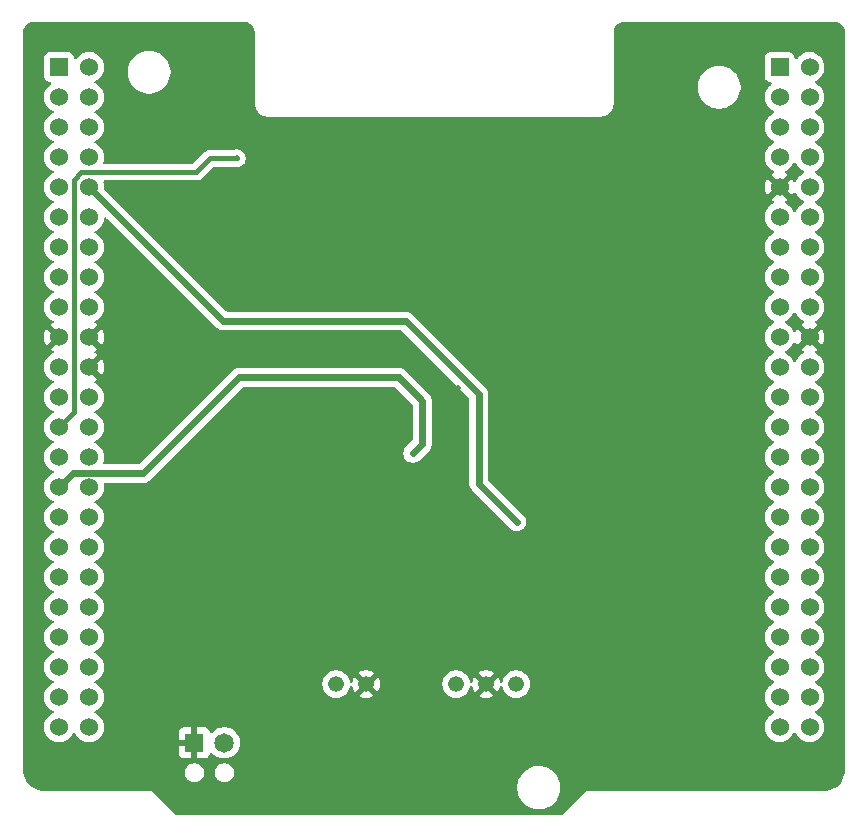
<source format=gbl>
%TF.GenerationSoftware,KiCad,Pcbnew,9.0.7-9.0.7~ubuntu24.04.1*%
%TF.CreationDate,2026-01-13T16:25:48+01:00*%
%TF.ProjectId,power,706f7765-722e-46b6-9963-61645f706362,1.0*%
%TF.SameCoordinates,Original*%
%TF.FileFunction,Copper,L4,Bot*%
%TF.FilePolarity,Positive*%
%FSLAX46Y46*%
G04 Gerber Fmt 4.6, Leading zero omitted, Abs format (unit mm)*
G04 Created by KiCad (PCBNEW 9.0.7-9.0.7~ubuntu24.04.1) date 2026-01-13 16:25:48*
%MOMM*%
%LPD*%
G01*
G04 APERTURE LIST*
%TA.AperFunction,ComponentPad*%
%ADD10R,1.530000X1.530000*%
%TD*%
%TA.AperFunction,ComponentPad*%
%ADD11C,1.530000*%
%TD*%
%TA.AperFunction,ComponentPad*%
%ADD12C,1.337000*%
%TD*%
%TA.AperFunction,ComponentPad*%
%ADD13R,1.650000X1.650000*%
%TD*%
%TA.AperFunction,ComponentPad*%
%ADD14C,1.650000*%
%TD*%
%TA.AperFunction,ViaPad*%
%ADD15C,0.500000*%
%TD*%
%TA.AperFunction,Conductor*%
%ADD16C,0.600000*%
%TD*%
%TA.AperFunction,Conductor*%
%ADD17C,0.400000*%
%TD*%
G04 APERTURE END LIST*
D10*
%TO.P,J3,1,Pin_1*%
%TO.N,unconnected-(J3-Pin_1-Pad1)*%
X180250000Y-52500000D03*
D11*
%TO.P,J3,2,Pin_2*%
%TO.N,unconnected-(J3-Pin_2-Pad2)*%
X182790000Y-52500000D03*
%TO.P,J3,3,Pin_3*%
%TO.N,unconnected-(J3-Pin_3-Pad3)*%
X180250000Y-55040000D03*
%TO.P,J3,4,Pin_4*%
%TO.N,unconnected-(J3-Pin_4-Pad4)*%
X182790000Y-55040000D03*
%TO.P,J3,5,Pin_5*%
%TO.N,unconnected-(J3-Pin_5-Pad5)*%
X180250000Y-57580000D03*
%TO.P,J3,6,Pin_6*%
%TO.N,unconnected-(J3-Pin_6-Pad6)*%
X182790000Y-57580000D03*
%TO.P,J3,7,Pin_7*%
%TO.N,unconnected-(J3-Pin_7-Pad7)*%
X180250000Y-60120000D03*
%TO.P,J3,8,Pin_8*%
%TO.N,unconnected-(J3-Pin_8-Pad8)*%
X182790000Y-60120000D03*
%TO.P,J3,9,Pin_9*%
%TO.N,GND*%
X180250000Y-62660000D03*
%TO.P,J3,10,Pin_10*%
%TO.N,unconnected-(J3-Pin_10-Pad10)*%
X182790000Y-62660000D03*
%TO.P,J3,11,Pin_11*%
%TO.N,unconnected-(J3-Pin_11-Pad11)*%
X180250000Y-65200000D03*
%TO.P,J3,12,Pin_12*%
%TO.N,unconnected-(J3-Pin_12-Pad12)*%
X182790000Y-65200000D03*
%TO.P,J3,13,Pin_13*%
%TO.N,unconnected-(J3-Pin_13-Pad13)*%
X180250000Y-67740000D03*
%TO.P,J3,14,Pin_14*%
%TO.N,unconnected-(J3-Pin_14-Pad14)*%
X182790000Y-67740000D03*
%TO.P,J3,15,Pin_15*%
%TO.N,unconnected-(J3-Pin_15-Pad15)*%
X180250000Y-70280000D03*
%TO.P,J3,16,Pin_16*%
%TO.N,unconnected-(J3-Pin_16-Pad16)*%
X182790000Y-70280000D03*
%TO.P,J3,17,Pin_17*%
%TO.N,unconnected-(J3-Pin_17-Pad17)*%
X180250000Y-72820000D03*
%TO.P,J3,18,Pin_18*%
%TO.N,unconnected-(J3-Pin_18-Pad18)*%
X182790000Y-72820000D03*
%TO.P,J3,19,Pin_19*%
%TO.N,unconnected-(J3-Pin_19-Pad19)*%
X180250000Y-75360000D03*
%TO.P,J3,20,Pin_20*%
%TO.N,GND*%
X182790000Y-75360000D03*
%TO.P,J3,21,Pin_21*%
%TO.N,unconnected-(J3-Pin_21-Pad21)*%
X180250000Y-77900000D03*
%TO.P,J3,22,Pin_22*%
%TO.N,unconnected-(J3-Pin_22-Pad22)*%
X182790000Y-77900000D03*
%TO.P,J3,23,Pin_23*%
%TO.N,unconnected-(J3-Pin_23-Pad23)*%
X180250000Y-80440000D03*
%TO.P,J3,24,Pin_24*%
%TO.N,unconnected-(J3-Pin_24-Pad24)*%
X182790000Y-80440000D03*
%TO.P,J3,25,Pin_25*%
%TO.N,unconnected-(J3-Pin_25-Pad25)*%
X180250000Y-82980000D03*
%TO.P,J3,26,Pin_26*%
%TO.N,unconnected-(J3-Pin_26-Pad26)*%
X182790000Y-82980000D03*
%TO.P,J3,27,Pin_27*%
%TO.N,unconnected-(J3-Pin_27-Pad27)*%
X180250000Y-85520000D03*
%TO.P,J3,28,Pin_28*%
%TO.N,unconnected-(J3-Pin_28-Pad28)*%
X182790000Y-85520000D03*
%TO.P,J3,29,Pin_29*%
%TO.N,unconnected-(J3-Pin_29-Pad29)*%
X180250000Y-88060000D03*
%TO.P,J3,30,Pin_30*%
%TO.N,unconnected-(J3-Pin_30-Pad30)*%
X182790000Y-88060000D03*
%TO.P,J3,31,Pin_31*%
%TO.N,unconnected-(J3-Pin_31-Pad31)*%
X180250000Y-90600000D03*
%TO.P,J3,32,Pin_32*%
%TO.N,unconnected-(J3-Pin_32-Pad32)*%
X182790000Y-90600000D03*
%TO.P,J3,33,Pin_33*%
%TO.N,unconnected-(J3-Pin_33-Pad33)*%
X180250000Y-93140000D03*
%TO.P,J3,34,Pin_34*%
%TO.N,unconnected-(J3-Pin_34-Pad34)*%
X182790000Y-93140000D03*
%TO.P,J3,35,Pin_35*%
%TO.N,unconnected-(J3-Pin_35-Pad35)*%
X180250000Y-95680000D03*
%TO.P,J3,36,Pin_36*%
%TO.N,unconnected-(J3-Pin_36-Pad36)*%
X182790000Y-95680000D03*
%TO.P,J3,37,Pin_37*%
%TO.N,unconnected-(J3-Pin_37-Pad37)*%
X180250000Y-98220000D03*
%TO.P,J3,38,Pin_38*%
%TO.N,unconnected-(J3-Pin_38-Pad38)*%
X182790000Y-98220000D03*
%TO.P,J3,39,Pin_39*%
%TO.N,unconnected-(J3-Pin_39-Pad39)*%
X180250000Y-100760000D03*
%TO.P,J3,40,Pin_40*%
%TO.N,unconnected-(J3-Pin_40-Pad40)*%
X182790000Y-100760000D03*
%TO.P,J3,41,Pin_41*%
%TO.N,unconnected-(J3-Pin_41-Pad41)*%
X180250000Y-103300000D03*
%TO.P,J3,42,Pin_42*%
%TO.N,unconnected-(J3-Pin_42-Pad42)*%
X182790000Y-103300000D03*
%TO.P,J3,43,Pin_43*%
%TO.N,unconnected-(J3-Pin_43-Pad43)*%
X180250000Y-105840000D03*
%TO.P,J3,44,Pin_44*%
%TO.N,unconnected-(J3-Pin_44-Pad44)*%
X182790000Y-105840000D03*
%TO.P,J3,45,Pin_45*%
%TO.N,unconnected-(J3-Pin_45-Pad45)*%
X180250000Y-108380000D03*
%TO.P,J3,46,Pin_46*%
%TO.N,unconnected-(J3-Pin_46-Pad46)*%
X182790000Y-108380000D03*
%TD*%
D12*
%TO.P,PS1,1,+VIN*%
%TO.N,+24V*%
X142710000Y-104750000D03*
%TO.P,PS1,2,-VIN*%
%TO.N,GND*%
X145250000Y-104750000D03*
%TO.P,PS1,5,-VOUT*%
%TO.N,+15V*%
X152870000Y-104750000D03*
%TO.P,PS1,6,COMMON*%
%TO.N,GND*%
X155410000Y-104750000D03*
%TO.P,PS1,7,+VOUT*%
%TO.N,-15V*%
X157950000Y-104750000D03*
%TD*%
D13*
%TO.P,J1,1,Pin_1*%
%TO.N,GND*%
X130710000Y-109710000D03*
D14*
%TO.P,J1,2,Pin_2*%
%TO.N,VCC*%
X133250000Y-109710000D03*
%TD*%
D10*
%TO.P,J2,1,Pin_1*%
%TO.N,unconnected-(J2-Pin_1-Pad1)*%
X119250000Y-52500000D03*
D11*
%TO.P,J2,2,Pin_2*%
%TO.N,unconnected-(J2-Pin_2-Pad2)*%
X121790000Y-52500000D03*
%TO.P,J2,3,Pin_3*%
%TO.N,unconnected-(J2-Pin_3-Pad3)*%
X119250000Y-55040000D03*
%TO.P,J2,4,Pin_4*%
%TO.N,unconnected-(J2-Pin_4-Pad4)*%
X121790000Y-55040000D03*
%TO.P,J2,5,Pin_5*%
%TO.N,unconnected-(J2-Pin_5-Pad5)*%
X119250000Y-57580000D03*
%TO.P,J2,6,Pin_6*%
%TO.N,unconnected-(J2-Pin_6-Pad6)*%
X121790000Y-57580000D03*
%TO.P,J2,7,Pin_7*%
%TO.N,unconnected-(J2-Pin_7-Pad7)*%
X119250000Y-60120000D03*
%TO.P,J2,8,Pin_8*%
%TO.N,unconnected-(J2-Pin_8-Pad8)*%
X121790000Y-60120000D03*
%TO.P,J2,9,Pin_9*%
%TO.N,unconnected-(J2-Pin_9-Pad9)*%
X119250000Y-62660000D03*
%TO.P,J2,10,Pin_10*%
%TO.N,+15V*%
X121790000Y-62660000D03*
%TO.P,J2,11,Pin_11*%
%TO.N,unconnected-(J2-Pin_11-Pad11)*%
X119250000Y-65200000D03*
%TO.P,J2,12,Pin_12*%
%TO.N,unconnected-(J2-Pin_12-Pad12)*%
X121790000Y-65200000D03*
%TO.P,J2,13,Pin_13*%
%TO.N,unconnected-(J2-Pin_13-Pad13)*%
X119250000Y-67740000D03*
%TO.P,J2,14,Pin_14*%
%TO.N,unconnected-(J2-Pin_14-Pad14)*%
X121790000Y-67740000D03*
%TO.P,J2,15,Pin_15*%
%TO.N,unconnected-(J2-Pin_15-Pad15)*%
X119250000Y-70280000D03*
%TO.P,J2,16,Pin_16*%
%TO.N,unconnected-(J2-Pin_16-Pad16)*%
X121790000Y-70280000D03*
%TO.P,J2,17,Pin_17*%
%TO.N,unconnected-(J2-Pin_17-Pad17)*%
X119250000Y-72820000D03*
%TO.P,J2,18,Pin_18*%
%TO.N,unconnected-(J2-Pin_18-Pad18)*%
X121790000Y-72820000D03*
%TO.P,J2,19,Pin_19*%
%TO.N,GND*%
X119250000Y-75360000D03*
%TO.P,J2,20,Pin_20*%
X121790000Y-75360000D03*
%TO.P,J2,21,Pin_21*%
%TO.N,unconnected-(J2-Pin_21-Pad21)*%
X119250000Y-77900000D03*
%TO.P,J2,22,Pin_22*%
%TO.N,GND*%
X121790000Y-77900000D03*
%TO.P,J2,23,Pin_23*%
%TO.N,unconnected-(J2-Pin_23-Pad23)*%
X119250000Y-80440000D03*
%TO.P,J2,24,Pin_24*%
%TO.N,unconnected-(J2-Pin_24-Pad24)*%
X121790000Y-80440000D03*
%TO.P,J2,25,Pin_25*%
%TO.N,+3V3*%
X119250000Y-82980000D03*
%TO.P,J2,26,Pin_26*%
%TO.N,-15V*%
X121790000Y-82980000D03*
%TO.P,J2,27,Pin_27*%
%TO.N,+5V*%
X119250000Y-85520000D03*
%TO.P,J2,28,Pin_28*%
%TO.N,unconnected-(J2-Pin_28-Pad28)*%
X121790000Y-85520000D03*
%TO.P,J2,29,Pin_29*%
%TO.N,+24V*%
X119250000Y-88060000D03*
%TO.P,J2,30,Pin_30*%
%TO.N,unconnected-(J2-Pin_30-Pad30)*%
X121790000Y-88060000D03*
%TO.P,J2,31,Pin_31*%
%TO.N,unconnected-(J2-Pin_31-Pad31)*%
X119250000Y-90600000D03*
%TO.P,J2,32,Pin_32*%
%TO.N,unconnected-(J2-Pin_32-Pad32)*%
X121790000Y-90600000D03*
%TO.P,J2,33,Pin_33*%
%TO.N,unconnected-(J2-Pin_33-Pad33)*%
X119250000Y-93140000D03*
%TO.P,J2,34,Pin_34*%
%TO.N,unconnected-(J2-Pin_34-Pad34)*%
X121790000Y-93140000D03*
%TO.P,J2,35,Pin_35*%
%TO.N,unconnected-(J2-Pin_35-Pad35)*%
X119250000Y-95680000D03*
%TO.P,J2,36,Pin_36*%
%TO.N,unconnected-(J2-Pin_36-Pad36)*%
X121790000Y-95680000D03*
%TO.P,J2,37,Pin_37*%
%TO.N,unconnected-(J2-Pin_37-Pad37)*%
X119250000Y-98220000D03*
%TO.P,J2,38,Pin_38*%
%TO.N,unconnected-(J2-Pin_38-Pad38)*%
X121790000Y-98220000D03*
%TO.P,J2,39,Pin_39*%
%TO.N,unconnected-(J2-Pin_39-Pad39)*%
X119250000Y-100760000D03*
%TO.P,J2,40,Pin_40*%
%TO.N,unconnected-(J2-Pin_40-Pad40)*%
X121790000Y-100760000D03*
%TO.P,J2,41,Pin_41*%
%TO.N,unconnected-(J2-Pin_41-Pad41)*%
X119250000Y-103300000D03*
%TO.P,J2,42,Pin_42*%
%TO.N,unconnected-(J2-Pin_42-Pad42)*%
X121790000Y-103300000D03*
%TO.P,J2,43,Pin_43*%
%TO.N,unconnected-(J2-Pin_43-Pad43)*%
X119250000Y-105840000D03*
%TO.P,J2,44,Pin_44*%
%TO.N,unconnected-(J2-Pin_44-Pad44)*%
X121790000Y-105840000D03*
%TO.P,J2,45,Pin_45*%
%TO.N,unconnected-(J2-Pin_45-Pad45)*%
X119250000Y-108380000D03*
%TO.P,J2,46,Pin_46*%
%TO.N,unconnected-(J2-Pin_46-Pad46)*%
X121790000Y-108380000D03*
%TD*%
D15*
%TO.N,GND*%
X169750000Y-79950000D03*
X134500000Y-66250000D03*
X161750000Y-74000000D03*
X157750000Y-99250000D03*
X139000000Y-69750000D03*
X165800000Y-81800000D03*
X151737500Y-99487500D03*
X168812500Y-76687500D03*
X131750000Y-89250000D03*
X150250000Y-88750000D03*
X145000000Y-68550000D03*
X134000000Y-86750000D03*
X140500000Y-95250000D03*
X144750000Y-80650000D03*
X134500000Y-64500000D03*
X153000000Y-79700000D03*
X171750000Y-79900000D03*
X152250000Y-62500000D03*
X142112500Y-89887500D03*
X152250000Y-64250000D03*
X163500000Y-74000000D03*
X137750000Y-80550000D03*
X157875000Y-71250000D03*
X140250000Y-72250000D03*
%TO.N,+15V*%
X158000000Y-91000000D03*
%TO.N,+24V*%
X149200000Y-85200000D03*
%TO.N,+3V3*%
X134300000Y-60225000D03*
%TD*%
D16*
%TO.N,+15V*%
X158000000Y-91000000D02*
X154800000Y-87800000D01*
X148600000Y-74000000D02*
X133130000Y-74000000D01*
X154800000Y-80200000D02*
X148600000Y-74000000D01*
X154800000Y-87800000D02*
X154800000Y-80200000D01*
X133130000Y-74000000D02*
X121790000Y-62660000D01*
%TO.N,+24V*%
X120406000Y-86904000D02*
X119250000Y-88060000D01*
X126346000Y-86904000D02*
X120406000Y-86904000D01*
X148000000Y-78750000D02*
X134500000Y-78750000D01*
X150000000Y-80750000D02*
X148000000Y-78750000D01*
X150000000Y-84400000D02*
X150000000Y-80750000D01*
X149200000Y-85200000D02*
X150000000Y-84400000D01*
X134500000Y-78750000D02*
X126346000Y-86904000D01*
D17*
%TO.N,+3V3*%
X130850000Y-61400000D02*
X121128590Y-61400000D01*
X121128590Y-61400000D02*
X120500000Y-62028590D01*
X120500000Y-62028590D02*
X120500000Y-81730000D01*
X132025000Y-60225000D02*
X130850000Y-61400000D01*
X120500000Y-81730000D02*
X119250000Y-82980000D01*
X134300000Y-60225000D02*
X132025000Y-60225000D01*
%TD*%
%TA.AperFunction,Conductor*%
%TO.N,GND*%
G36*
X182314755Y-75556853D02*
G01*
X182381898Y-75673147D01*
X182476853Y-75768102D01*
X182593147Y-75835245D01*
X182652425Y-75851128D01*
X182089134Y-76414417D01*
X182126994Y-76441924D01*
X182278722Y-76519234D01*
X182329518Y-76567209D01*
X182346313Y-76635030D01*
X182323776Y-76701165D01*
X182278723Y-76740203D01*
X182126735Y-76817645D01*
X182013997Y-76899555D01*
X181965582Y-76934731D01*
X181965580Y-76934733D01*
X181965579Y-76934733D01*
X181824733Y-77075579D01*
X181824733Y-77075580D01*
X181824731Y-77075582D01*
X181774447Y-77144790D01*
X181707647Y-77236733D01*
X181630485Y-77388172D01*
X181582510Y-77438968D01*
X181514689Y-77455763D01*
X181448554Y-77433225D01*
X181409515Y-77388172D01*
X181332352Y-77236733D01*
X181215269Y-77075582D01*
X181074418Y-76934731D01*
X180913266Y-76817647D01*
X180761827Y-76740485D01*
X180711031Y-76692510D01*
X180694236Y-76624689D01*
X180716773Y-76558554D01*
X180761827Y-76519515D01*
X180771116Y-76514781D01*
X180913266Y-76442353D01*
X181074418Y-76325269D01*
X181215269Y-76184418D01*
X181332353Y-76023266D01*
X181409795Y-75871276D01*
X181457769Y-75820481D01*
X181525590Y-75803686D01*
X181591725Y-75826223D01*
X181630765Y-75871277D01*
X181708077Y-76023008D01*
X181735580Y-76060863D01*
X181735581Y-76060864D01*
X182298871Y-75497574D01*
X182314755Y-75556853D01*
G37*
%TD.AperFunction*%
%TA.AperFunction,Conductor*%
G36*
X181591446Y-73286773D02*
G01*
X181630485Y-73331827D01*
X181707647Y-73483266D01*
X181824731Y-73644418D01*
X181965582Y-73785269D01*
X182126734Y-73902353D01*
X182200499Y-73939938D01*
X182278722Y-73979795D01*
X182329518Y-74027770D01*
X182346313Y-74095591D01*
X182323776Y-74161726D01*
X182278723Y-74200764D01*
X182126993Y-74278075D01*
X182089135Y-74305580D01*
X182089135Y-74305581D01*
X182652425Y-74868871D01*
X182593147Y-74884755D01*
X182476853Y-74951898D01*
X182381898Y-75046853D01*
X182314755Y-75163147D01*
X182298871Y-75222425D01*
X181735581Y-74659135D01*
X181735580Y-74659135D01*
X181708075Y-74696993D01*
X181630764Y-74848723D01*
X181582790Y-74899518D01*
X181514969Y-74916313D01*
X181448834Y-74893775D01*
X181409795Y-74848722D01*
X181338805Y-74709397D01*
X181332353Y-74696734D01*
X181215269Y-74535582D01*
X181074418Y-74394731D01*
X180913266Y-74277647D01*
X180761827Y-74200485D01*
X180711031Y-74152510D01*
X180694236Y-74084689D01*
X180716773Y-74018554D01*
X180761827Y-73979515D01*
X180799501Y-73960319D01*
X180913266Y-73902353D01*
X181074418Y-73785269D01*
X181215269Y-73644418D01*
X181332353Y-73483266D01*
X181409515Y-73331827D01*
X181457490Y-73281031D01*
X181525311Y-73264236D01*
X181591446Y-73286773D01*
G37*
%TD.AperFunction*%
%TA.AperFunction,Conductor*%
G36*
X181304417Y-63360863D02*
G01*
X181304418Y-63360863D01*
X181331924Y-63323005D01*
X181409234Y-63171277D01*
X181457208Y-63120481D01*
X181525029Y-63103686D01*
X181591164Y-63126223D01*
X181630204Y-63171277D01*
X181707514Y-63323005D01*
X181707647Y-63323266D01*
X181824731Y-63484418D01*
X181965582Y-63625269D01*
X182126734Y-63742353D01*
X182196453Y-63777877D01*
X182278172Y-63819515D01*
X182328968Y-63867490D01*
X182345763Y-63935311D01*
X182323225Y-64001446D01*
X182278172Y-64040485D01*
X182126733Y-64117647D01*
X182034790Y-64184447D01*
X181965582Y-64234731D01*
X181965580Y-64234733D01*
X181965579Y-64234733D01*
X181824733Y-64375579D01*
X181824733Y-64375580D01*
X181824731Y-64375582D01*
X181774447Y-64444790D01*
X181707647Y-64536733D01*
X181630485Y-64688172D01*
X181582510Y-64738968D01*
X181514689Y-64755763D01*
X181448554Y-64733225D01*
X181409515Y-64688172D01*
X181332352Y-64536733D01*
X181215269Y-64375582D01*
X181074418Y-64234731D01*
X180913266Y-64117647D01*
X180913262Y-64117645D01*
X180761277Y-64040204D01*
X180710481Y-63992229D01*
X180693686Y-63924408D01*
X180716224Y-63858273D01*
X180761277Y-63819234D01*
X180913005Y-63741924D01*
X180950863Y-63714418D01*
X180950863Y-63714417D01*
X180387574Y-63151128D01*
X180446853Y-63135245D01*
X180563147Y-63068102D01*
X180658102Y-62973147D01*
X180725245Y-62856853D01*
X180741128Y-62797574D01*
X181304417Y-63360863D01*
G37*
%TD.AperFunction*%
%TA.AperFunction,Conductor*%
G36*
X181591446Y-60586773D02*
G01*
X181630485Y-60631827D01*
X181707647Y-60783266D01*
X181824731Y-60944418D01*
X181965582Y-61085269D01*
X182126734Y-61202353D01*
X182196453Y-61237877D01*
X182278172Y-61279515D01*
X182328968Y-61327490D01*
X182345763Y-61395311D01*
X182323225Y-61461446D01*
X182278172Y-61500485D01*
X182126733Y-61577647D01*
X182088286Y-61605581D01*
X181965582Y-61694731D01*
X181965580Y-61694733D01*
X181965579Y-61694733D01*
X181824733Y-61835579D01*
X181824733Y-61835580D01*
X181824731Y-61835582D01*
X181789555Y-61883997D01*
X181707645Y-61996735D01*
X181630203Y-62148723D01*
X181582229Y-62199518D01*
X181514408Y-62216313D01*
X181448273Y-62193775D01*
X181409234Y-62148722D01*
X181331924Y-61996994D01*
X181304417Y-61959135D01*
X181304417Y-61959134D01*
X180741128Y-62522424D01*
X180725245Y-62463147D01*
X180658102Y-62346853D01*
X180563147Y-62251898D01*
X180446853Y-62184755D01*
X180387574Y-62168871D01*
X180950864Y-61605581D01*
X180950863Y-61605580D01*
X180913008Y-61578077D01*
X180761277Y-61500765D01*
X180710481Y-61452790D01*
X180693686Y-61384969D01*
X180716224Y-61318834D01*
X180761277Y-61279795D01*
X180761827Y-61279515D01*
X180913266Y-61202353D01*
X181074418Y-61085269D01*
X181215269Y-60944418D01*
X181332353Y-60783266D01*
X181409515Y-60631827D01*
X181457490Y-60581031D01*
X181525311Y-60564236D01*
X181591446Y-60586773D01*
G37*
%TD.AperFunction*%
%TA.AperFunction,Conductor*%
G36*
X135006061Y-48701097D02*
G01*
X135016051Y-48702080D01*
X135143824Y-48714665D01*
X135167652Y-48719404D01*
X135294277Y-48757815D01*
X135316725Y-48767114D01*
X135433406Y-48829482D01*
X135453616Y-48842986D01*
X135555891Y-48926920D01*
X135573079Y-48944108D01*
X135657012Y-49046381D01*
X135670517Y-49066593D01*
X135732883Y-49183271D01*
X135742186Y-49205728D01*
X135780593Y-49332338D01*
X135785335Y-49356180D01*
X135798903Y-49493938D01*
X135799500Y-49506092D01*
X135799500Y-55594486D01*
X135829059Y-55781118D01*
X135887454Y-55960836D01*
X135917854Y-56020498D01*
X135973240Y-56129199D01*
X136084310Y-56282073D01*
X136217927Y-56415690D01*
X136370801Y-56526760D01*
X136450347Y-56567290D01*
X136539163Y-56612545D01*
X136539165Y-56612545D01*
X136539168Y-56612547D01*
X136635497Y-56643846D01*
X136718881Y-56670940D01*
X136905514Y-56700500D01*
X136905519Y-56700500D01*
X165094486Y-56700500D01*
X165281118Y-56670940D01*
X165460832Y-56612547D01*
X165629199Y-56526760D01*
X165782073Y-56415690D01*
X165915690Y-56282073D01*
X166026760Y-56129199D01*
X166112547Y-55960832D01*
X166170940Y-55781118D01*
X166181106Y-55716934D01*
X166200500Y-55594486D01*
X166200500Y-54080684D01*
X173309500Y-54080684D01*
X173309500Y-54319315D01*
X173309501Y-54319332D01*
X173340424Y-54554219D01*
X173340649Y-54555924D01*
X173340739Y-54556260D01*
X173402415Y-54786436D01*
X173493734Y-55006902D01*
X173493740Y-55006914D01*
X173613062Y-55213586D01*
X173613064Y-55213589D01*
X173613065Y-55213590D01*
X173758337Y-55402912D01*
X173758343Y-55402919D01*
X173927080Y-55571656D01*
X173927086Y-55571661D01*
X174116414Y-55716938D01*
X174323086Y-55836260D01*
X174323091Y-55836262D01*
X174323097Y-55836265D01*
X174391065Y-55864418D01*
X174543564Y-55927585D01*
X174774076Y-55989351D01*
X175010678Y-56020500D01*
X175010685Y-56020500D01*
X175249315Y-56020500D01*
X175249322Y-56020500D01*
X175485924Y-55989351D01*
X175716436Y-55927585D01*
X175936914Y-55836260D01*
X176143586Y-55716938D01*
X176332914Y-55571661D01*
X176501661Y-55402914D01*
X176646938Y-55213586D01*
X176766260Y-55006914D01*
X176857585Y-54786436D01*
X176919351Y-54555924D01*
X176950500Y-54319322D01*
X176950500Y-54080678D01*
X176919351Y-53844076D01*
X176857585Y-53613564D01*
X176766260Y-53393086D01*
X176646938Y-53186414D01*
X176534065Y-53039315D01*
X176501662Y-52997087D01*
X176501656Y-52997080D01*
X176332919Y-52828343D01*
X176332912Y-52828337D01*
X176143590Y-52683065D01*
X176143589Y-52683064D01*
X176143586Y-52683062D01*
X175936914Y-52563740D01*
X175936902Y-52563734D01*
X175716436Y-52472415D01*
X175485920Y-52410648D01*
X175249332Y-52379501D01*
X175249327Y-52379500D01*
X175249322Y-52379500D01*
X175010678Y-52379500D01*
X175010672Y-52379500D01*
X175010667Y-52379501D01*
X174774079Y-52410648D01*
X174543563Y-52472415D01*
X174323097Y-52563734D01*
X174323083Y-52563741D01*
X174116409Y-52683065D01*
X173927087Y-52828337D01*
X173927080Y-52828343D01*
X173758343Y-52997080D01*
X173758337Y-52997087D01*
X173613065Y-53186409D01*
X173493741Y-53393083D01*
X173493734Y-53393097D01*
X173402415Y-53613563D01*
X173340648Y-53844079D01*
X173309501Y-54080667D01*
X173309500Y-54080684D01*
X166200500Y-54080684D01*
X166200500Y-51687135D01*
X178984500Y-51687135D01*
X178984500Y-53312870D01*
X178984501Y-53312876D01*
X178990908Y-53372483D01*
X179041202Y-53507328D01*
X179041206Y-53507335D01*
X179127452Y-53622544D01*
X179127455Y-53622547D01*
X179242664Y-53708793D01*
X179242671Y-53708797D01*
X179377517Y-53759091D01*
X179377516Y-53759091D01*
X179384444Y-53759835D01*
X179437127Y-53765500D01*
X179469568Y-53765499D01*
X179536605Y-53785182D01*
X179582361Y-53837984D01*
X179592306Y-53907143D01*
X179563283Y-53970699D01*
X179542455Y-53989816D01*
X179425582Y-54074730D01*
X179284733Y-54215579D01*
X179284733Y-54215580D01*
X179284731Y-54215582D01*
X179234447Y-54284790D01*
X179167647Y-54376733D01*
X179077213Y-54554219D01*
X179015661Y-54743656D01*
X179015661Y-54743659D01*
X178984500Y-54940403D01*
X178984500Y-55139596D01*
X179015661Y-55336340D01*
X179015661Y-55336343D01*
X179077213Y-55525780D01*
X179077215Y-55525783D01*
X179167647Y-55703266D01*
X179284731Y-55864418D01*
X179425582Y-56005269D01*
X179586734Y-56122353D01*
X179656453Y-56157877D01*
X179738172Y-56199515D01*
X179788968Y-56247490D01*
X179805763Y-56315311D01*
X179783225Y-56381446D01*
X179738172Y-56420485D01*
X179586733Y-56497647D01*
X179546663Y-56526760D01*
X179425582Y-56614731D01*
X179425580Y-56614733D01*
X179425579Y-56614733D01*
X179284733Y-56755579D01*
X179284733Y-56755580D01*
X179284731Y-56755582D01*
X179234447Y-56824790D01*
X179167647Y-56916733D01*
X179077213Y-57094219D01*
X179015661Y-57283656D01*
X179015661Y-57283659D01*
X178984500Y-57480403D01*
X178984500Y-57679596D01*
X179015661Y-57876340D01*
X179015661Y-57876343D01*
X179077213Y-58065780D01*
X179090485Y-58091827D01*
X179167647Y-58243266D01*
X179284731Y-58404418D01*
X179425582Y-58545269D01*
X179586734Y-58662353D01*
X179656453Y-58697877D01*
X179738172Y-58739515D01*
X179788968Y-58787490D01*
X179805763Y-58855311D01*
X179783225Y-58921446D01*
X179738172Y-58960485D01*
X179586733Y-59037647D01*
X179494790Y-59104447D01*
X179425582Y-59154731D01*
X179425580Y-59154733D01*
X179425579Y-59154733D01*
X179284733Y-59295579D01*
X179284733Y-59295580D01*
X179284731Y-59295582D01*
X179234447Y-59364790D01*
X179167647Y-59456733D01*
X179077213Y-59634219D01*
X179015661Y-59823656D01*
X179015661Y-59823659D01*
X178984500Y-60020403D01*
X178984500Y-60219596D01*
X179015661Y-60416340D01*
X179015661Y-60416343D01*
X179077213Y-60605780D01*
X179114936Y-60679815D01*
X179167647Y-60783266D01*
X179284731Y-60944418D01*
X179425582Y-61085269D01*
X179586734Y-61202353D01*
X179676909Y-61248299D01*
X179738722Y-61279795D01*
X179789518Y-61327770D01*
X179806313Y-61395591D01*
X179783776Y-61461726D01*
X179738723Y-61500764D01*
X179586993Y-61578075D01*
X179549135Y-61605580D01*
X179549135Y-61605581D01*
X180112425Y-62168871D01*
X180053147Y-62184755D01*
X179936853Y-62251898D01*
X179841898Y-62346853D01*
X179774755Y-62463147D01*
X179758871Y-62522425D01*
X179195581Y-61959135D01*
X179195580Y-61959135D01*
X179168077Y-61996990D01*
X179077679Y-62174405D01*
X179016147Y-62363777D01*
X178985000Y-62560436D01*
X178985000Y-62759563D01*
X179016147Y-62956222D01*
X179077679Y-63145594D01*
X179168077Y-63323008D01*
X179195580Y-63360863D01*
X179195581Y-63360864D01*
X179758871Y-62797574D01*
X179774755Y-62856853D01*
X179841898Y-62973147D01*
X179936853Y-63068102D01*
X180053147Y-63135245D01*
X180112425Y-63151128D01*
X179549134Y-63714417D01*
X179586994Y-63741924D01*
X179738722Y-63819234D01*
X179789518Y-63867209D01*
X179806313Y-63935030D01*
X179783776Y-64001165D01*
X179738723Y-64040203D01*
X179586735Y-64117645D01*
X179473997Y-64199555D01*
X179425582Y-64234731D01*
X179425580Y-64234733D01*
X179425579Y-64234733D01*
X179284733Y-64375579D01*
X179284733Y-64375580D01*
X179284731Y-64375582D01*
X179234447Y-64444790D01*
X179167647Y-64536733D01*
X179077213Y-64714219D01*
X179015661Y-64903656D01*
X179015661Y-64903659D01*
X179015661Y-64903661D01*
X178984500Y-65100403D01*
X178984500Y-65299597D01*
X179000080Y-65397968D01*
X179015661Y-65496340D01*
X179015661Y-65496343D01*
X179077213Y-65685780D01*
X179077215Y-65685783D01*
X179167647Y-65863266D01*
X179284731Y-66024418D01*
X179425582Y-66165269D01*
X179586734Y-66282353D01*
X179656453Y-66317877D01*
X179738172Y-66359515D01*
X179788968Y-66407490D01*
X179805763Y-66475311D01*
X179783225Y-66541446D01*
X179738172Y-66580485D01*
X179586733Y-66657647D01*
X179494790Y-66724447D01*
X179425582Y-66774731D01*
X179425580Y-66774733D01*
X179425579Y-66774733D01*
X179284733Y-66915579D01*
X179284733Y-66915580D01*
X179284731Y-66915582D01*
X179234447Y-66984790D01*
X179167647Y-67076733D01*
X179077213Y-67254219D01*
X179015661Y-67443656D01*
X179015661Y-67443659D01*
X178984500Y-67640403D01*
X178984500Y-67839596D01*
X179015661Y-68036340D01*
X179015661Y-68036343D01*
X179077213Y-68225780D01*
X179090485Y-68251827D01*
X179167647Y-68403266D01*
X179284731Y-68564418D01*
X179425582Y-68705269D01*
X179586734Y-68822353D01*
X179656453Y-68857877D01*
X179738172Y-68899515D01*
X179788968Y-68947490D01*
X179805763Y-69015311D01*
X179783225Y-69081446D01*
X179738172Y-69120485D01*
X179586733Y-69197647D01*
X179494790Y-69264447D01*
X179425582Y-69314731D01*
X179425580Y-69314733D01*
X179425579Y-69314733D01*
X179284733Y-69455579D01*
X179284733Y-69455580D01*
X179284731Y-69455582D01*
X179234447Y-69524790D01*
X179167647Y-69616733D01*
X179077213Y-69794219D01*
X179015661Y-69983656D01*
X179015661Y-69983659D01*
X178984500Y-70180403D01*
X178984500Y-70379596D01*
X179015661Y-70576340D01*
X179015661Y-70576343D01*
X179077213Y-70765780D01*
X179077215Y-70765783D01*
X179167647Y-70943266D01*
X179284731Y-71104418D01*
X179425582Y-71245269D01*
X179586734Y-71362353D01*
X179656453Y-71397877D01*
X179738172Y-71439515D01*
X179788968Y-71487490D01*
X179805763Y-71555311D01*
X179783225Y-71621446D01*
X179738172Y-71660485D01*
X179586733Y-71737647D01*
X179494790Y-71804447D01*
X179425582Y-71854731D01*
X179425580Y-71854733D01*
X179425579Y-71854733D01*
X179284733Y-71995579D01*
X179284733Y-71995580D01*
X179284731Y-71995582D01*
X179234447Y-72064790D01*
X179167647Y-72156733D01*
X179077213Y-72334219D01*
X179015661Y-72523656D01*
X179015661Y-72523659D01*
X178984500Y-72720403D01*
X178984500Y-72919596D01*
X179015661Y-73116340D01*
X179015661Y-73116343D01*
X179077213Y-73305780D01*
X179077215Y-73305783D01*
X179167647Y-73483266D01*
X179284731Y-73644418D01*
X179425582Y-73785269D01*
X179586734Y-73902353D01*
X179656453Y-73937877D01*
X179738172Y-73979515D01*
X179788968Y-74027490D01*
X179805763Y-74095311D01*
X179783225Y-74161446D01*
X179738172Y-74200485D01*
X179586733Y-74277647D01*
X179548286Y-74305581D01*
X179425582Y-74394731D01*
X179425580Y-74394733D01*
X179425579Y-74394733D01*
X179284733Y-74535579D01*
X179284733Y-74535580D01*
X179284731Y-74535582D01*
X179234447Y-74604790D01*
X179167647Y-74696733D01*
X179077213Y-74874219D01*
X179015661Y-75063656D01*
X179015661Y-75063659D01*
X178984500Y-75260403D01*
X178984500Y-75459596D01*
X179015661Y-75656340D01*
X179015661Y-75656343D01*
X179077213Y-75845780D01*
X179167514Y-76023005D01*
X179167647Y-76023266D01*
X179284731Y-76184418D01*
X179425582Y-76325269D01*
X179586734Y-76442353D01*
X179656453Y-76477877D01*
X179738172Y-76519515D01*
X179788968Y-76567490D01*
X179805763Y-76635311D01*
X179783225Y-76701446D01*
X179738172Y-76740485D01*
X179586733Y-76817647D01*
X179494790Y-76884447D01*
X179425582Y-76934731D01*
X179425580Y-76934733D01*
X179425579Y-76934733D01*
X179284733Y-77075579D01*
X179284733Y-77075580D01*
X179284731Y-77075582D01*
X179234447Y-77144790D01*
X179167647Y-77236733D01*
X179077213Y-77414219D01*
X179015661Y-77603656D01*
X179015661Y-77603659D01*
X178984500Y-77800403D01*
X178984500Y-77999596D01*
X179015661Y-78196340D01*
X179015661Y-78196343D01*
X179077213Y-78385780D01*
X179089554Y-78410000D01*
X179167647Y-78563266D01*
X179284731Y-78724418D01*
X179425582Y-78865269D01*
X179586734Y-78982353D01*
X179656453Y-79017877D01*
X179738172Y-79059515D01*
X179788968Y-79107490D01*
X179805763Y-79175311D01*
X179783225Y-79241446D01*
X179738172Y-79280485D01*
X179586733Y-79357647D01*
X179494790Y-79424447D01*
X179425582Y-79474731D01*
X179425580Y-79474733D01*
X179425579Y-79474733D01*
X179284733Y-79615579D01*
X179284733Y-79615580D01*
X179284731Y-79615582D01*
X179234447Y-79684790D01*
X179167647Y-79776733D01*
X179077213Y-79954219D01*
X179015661Y-80143656D01*
X179015661Y-80143659D01*
X178984500Y-80340403D01*
X178984500Y-80539596D01*
X179015661Y-80736340D01*
X179015661Y-80736343D01*
X179077213Y-80925780D01*
X179077215Y-80925783D01*
X179167647Y-81103266D01*
X179284731Y-81264418D01*
X179425582Y-81405269D01*
X179586734Y-81522353D01*
X179656453Y-81557877D01*
X179738172Y-81599515D01*
X179788968Y-81647490D01*
X179805763Y-81715311D01*
X179783225Y-81781446D01*
X179738172Y-81820485D01*
X179586733Y-81897647D01*
X179494790Y-81964447D01*
X179425582Y-82014731D01*
X179425580Y-82014733D01*
X179425579Y-82014733D01*
X179284733Y-82155579D01*
X179284733Y-82155580D01*
X179284731Y-82155582D01*
X179234447Y-82224790D01*
X179167647Y-82316733D01*
X179077213Y-82494219D01*
X179015661Y-82683656D01*
X179015661Y-82683659D01*
X178984500Y-82880403D01*
X178984500Y-83079596D01*
X179015661Y-83276340D01*
X179015661Y-83276343D01*
X179077213Y-83465780D01*
X179090485Y-83491827D01*
X179167647Y-83643266D01*
X179284731Y-83804418D01*
X179425582Y-83945269D01*
X179586734Y-84062353D01*
X179629411Y-84084098D01*
X179738172Y-84139515D01*
X179788968Y-84187490D01*
X179805763Y-84255311D01*
X179783225Y-84321446D01*
X179738172Y-84360485D01*
X179586733Y-84437647D01*
X179494790Y-84504447D01*
X179425582Y-84554731D01*
X179425580Y-84554733D01*
X179425579Y-84554733D01*
X179284733Y-84695579D01*
X179284733Y-84695580D01*
X179284731Y-84695582D01*
X179234447Y-84764790D01*
X179167647Y-84856733D01*
X179077213Y-85034219D01*
X179015661Y-85223656D01*
X179015661Y-85223659D01*
X178984500Y-85420403D01*
X178984500Y-85619596D01*
X179015661Y-85816340D01*
X179015661Y-85816343D01*
X179077213Y-86005780D01*
X179116974Y-86083815D01*
X179167647Y-86183266D01*
X179284731Y-86344418D01*
X179425582Y-86485269D01*
X179586734Y-86602353D01*
X179656453Y-86637877D01*
X179738172Y-86679515D01*
X179788968Y-86727490D01*
X179805763Y-86795311D01*
X179783225Y-86861446D01*
X179738172Y-86900485D01*
X179586733Y-86977647D01*
X179494790Y-87044447D01*
X179425582Y-87094731D01*
X179425580Y-87094733D01*
X179425579Y-87094733D01*
X179284733Y-87235579D01*
X179284733Y-87235580D01*
X179284731Y-87235582D01*
X179234447Y-87304790D01*
X179167647Y-87396733D01*
X179077213Y-87574219D01*
X179015661Y-87763656D01*
X179015661Y-87763659D01*
X179015661Y-87763661D01*
X178984500Y-87960403D01*
X178984500Y-88159597D01*
X179000080Y-88257968D01*
X179015661Y-88356340D01*
X179015661Y-88356343D01*
X179077213Y-88545780D01*
X179090485Y-88571827D01*
X179167647Y-88723266D01*
X179284731Y-88884418D01*
X179425582Y-89025269D01*
X179586734Y-89142353D01*
X179656453Y-89177877D01*
X179738172Y-89219515D01*
X179788968Y-89267490D01*
X179805763Y-89335311D01*
X179783225Y-89401446D01*
X179738172Y-89440485D01*
X179586733Y-89517647D01*
X179494790Y-89584447D01*
X179425582Y-89634731D01*
X179425580Y-89634733D01*
X179425579Y-89634733D01*
X179284733Y-89775579D01*
X179284733Y-89775580D01*
X179284731Y-89775582D01*
X179234447Y-89844790D01*
X179167647Y-89936733D01*
X179077213Y-90114219D01*
X179015661Y-90303656D01*
X179015661Y-90303659D01*
X178984500Y-90500403D01*
X178984500Y-90699596D01*
X179015661Y-90896340D01*
X179015661Y-90896343D01*
X179077213Y-91085780D01*
X179077215Y-91085783D01*
X179167647Y-91263266D01*
X179284731Y-91424418D01*
X179425582Y-91565269D01*
X179586734Y-91682353D01*
X179639795Y-91709389D01*
X179738172Y-91759515D01*
X179788968Y-91807490D01*
X179805763Y-91875311D01*
X179783225Y-91941446D01*
X179738172Y-91980485D01*
X179586733Y-92057647D01*
X179494790Y-92124447D01*
X179425582Y-92174731D01*
X179425580Y-92174733D01*
X179425579Y-92174733D01*
X179284733Y-92315579D01*
X179284733Y-92315580D01*
X179284731Y-92315582D01*
X179234447Y-92384790D01*
X179167647Y-92476733D01*
X179077213Y-92654219D01*
X179015661Y-92843656D01*
X179015661Y-92843659D01*
X178984500Y-93040403D01*
X178984500Y-93239596D01*
X179015661Y-93436340D01*
X179015661Y-93436343D01*
X179077213Y-93625780D01*
X179090485Y-93651827D01*
X179167647Y-93803266D01*
X179284731Y-93964418D01*
X179425582Y-94105269D01*
X179586734Y-94222353D01*
X179656453Y-94257877D01*
X179738172Y-94299515D01*
X179788968Y-94347490D01*
X179805763Y-94415311D01*
X179783225Y-94481446D01*
X179738172Y-94520485D01*
X179586733Y-94597647D01*
X179494790Y-94664447D01*
X179425582Y-94714731D01*
X179425580Y-94714733D01*
X179425579Y-94714733D01*
X179284733Y-94855579D01*
X179284733Y-94855580D01*
X179284731Y-94855582D01*
X179234447Y-94924790D01*
X179167647Y-95016733D01*
X179077213Y-95194219D01*
X179015661Y-95383656D01*
X179015661Y-95383659D01*
X178984500Y-95580403D01*
X178984500Y-95779596D01*
X179015661Y-95976340D01*
X179015661Y-95976343D01*
X179077213Y-96165780D01*
X179077215Y-96165783D01*
X179167647Y-96343266D01*
X179284731Y-96504418D01*
X179425582Y-96645269D01*
X179586734Y-96762353D01*
X179656453Y-96797877D01*
X179738172Y-96839515D01*
X179788968Y-96887490D01*
X179805763Y-96955311D01*
X179783225Y-97021446D01*
X179738172Y-97060485D01*
X179586733Y-97137647D01*
X179494790Y-97204447D01*
X179425582Y-97254731D01*
X179425580Y-97254733D01*
X179425579Y-97254733D01*
X179284733Y-97395579D01*
X179284733Y-97395580D01*
X179284731Y-97395582D01*
X179234447Y-97464790D01*
X179167647Y-97556733D01*
X179077213Y-97734219D01*
X179015661Y-97923656D01*
X179015661Y-97923659D01*
X178984500Y-98120403D01*
X178984500Y-98319596D01*
X179015661Y-98516340D01*
X179015661Y-98516343D01*
X179077213Y-98705780D01*
X179090485Y-98731827D01*
X179167647Y-98883266D01*
X179284731Y-99044418D01*
X179425582Y-99185269D01*
X179586734Y-99302353D01*
X179656453Y-99337877D01*
X179738172Y-99379515D01*
X179788968Y-99427490D01*
X179805763Y-99495311D01*
X179783225Y-99561446D01*
X179738172Y-99600485D01*
X179586733Y-99677647D01*
X179494790Y-99744447D01*
X179425582Y-99794731D01*
X179425580Y-99794733D01*
X179425579Y-99794733D01*
X179284733Y-99935579D01*
X179284733Y-99935580D01*
X179284731Y-99935582D01*
X179234447Y-100004790D01*
X179167647Y-100096733D01*
X179077213Y-100274219D01*
X179015661Y-100463656D01*
X179015661Y-100463659D01*
X178984500Y-100660403D01*
X178984500Y-100859596D01*
X179015661Y-101056340D01*
X179015661Y-101056343D01*
X179077213Y-101245780D01*
X179077215Y-101245783D01*
X179167647Y-101423266D01*
X179284731Y-101584418D01*
X179425582Y-101725269D01*
X179586734Y-101842353D01*
X179656453Y-101877877D01*
X179738172Y-101919515D01*
X179788968Y-101967490D01*
X179805763Y-102035311D01*
X179783225Y-102101446D01*
X179738172Y-102140485D01*
X179586733Y-102217647D01*
X179494790Y-102284447D01*
X179425582Y-102334731D01*
X179425580Y-102334733D01*
X179425579Y-102334733D01*
X179284733Y-102475579D01*
X179284733Y-102475580D01*
X179284731Y-102475582D01*
X179234447Y-102544790D01*
X179167647Y-102636733D01*
X179077213Y-102814219D01*
X179015661Y-103003656D01*
X179015661Y-103003659D01*
X178984500Y-103200403D01*
X178984500Y-103399596D01*
X179015661Y-103596340D01*
X179015661Y-103596343D01*
X179077213Y-103785780D01*
X179167647Y-103963266D01*
X179284731Y-104124418D01*
X179425582Y-104265269D01*
X179586734Y-104382353D01*
X179656453Y-104417877D01*
X179738172Y-104459515D01*
X179788968Y-104507490D01*
X179805763Y-104575311D01*
X179783225Y-104641446D01*
X179738172Y-104680485D01*
X179586733Y-104757647D01*
X179526590Y-104801344D01*
X179425582Y-104874731D01*
X179425580Y-104874733D01*
X179425579Y-104874733D01*
X179284733Y-105015579D01*
X179284733Y-105015580D01*
X179284731Y-105015582D01*
X179234447Y-105084790D01*
X179167647Y-105176733D01*
X179077213Y-105354219D01*
X179015661Y-105543656D01*
X179015661Y-105543659D01*
X178984500Y-105740403D01*
X178984500Y-105939596D01*
X179015661Y-106136340D01*
X179015661Y-106136343D01*
X179077213Y-106325780D01*
X179077215Y-106325783D01*
X179167647Y-106503266D01*
X179284731Y-106664418D01*
X179425582Y-106805269D01*
X179586734Y-106922353D01*
X179656453Y-106957877D01*
X179738172Y-106999515D01*
X179788968Y-107047490D01*
X179805763Y-107115311D01*
X179783225Y-107181446D01*
X179738172Y-107220485D01*
X179586733Y-107297647D01*
X179494790Y-107364447D01*
X179425582Y-107414731D01*
X179425580Y-107414733D01*
X179425579Y-107414733D01*
X179284733Y-107555579D01*
X179284733Y-107555580D01*
X179284731Y-107555582D01*
X179234447Y-107624790D01*
X179167647Y-107716733D01*
X179077213Y-107894219D01*
X179015661Y-108083656D01*
X179015661Y-108083659D01*
X178984500Y-108280403D01*
X178984500Y-108479596D01*
X179015661Y-108676340D01*
X179015661Y-108676343D01*
X179077213Y-108865780D01*
X179090485Y-108891827D01*
X179167647Y-109043266D01*
X179284731Y-109204418D01*
X179425582Y-109345269D01*
X179586734Y-109462353D01*
X179764217Y-109552785D01*
X179764219Y-109552786D01*
X179953657Y-109614338D01*
X179953658Y-109614338D01*
X179953661Y-109614339D01*
X180150403Y-109645500D01*
X180150404Y-109645500D01*
X180349596Y-109645500D01*
X180349597Y-109645500D01*
X180546339Y-109614339D01*
X180546342Y-109614338D01*
X180546343Y-109614338D01*
X180735780Y-109552786D01*
X180735780Y-109552785D01*
X180735783Y-109552785D01*
X180913266Y-109462353D01*
X181074418Y-109345269D01*
X181215269Y-109204418D01*
X181332353Y-109043266D01*
X181409515Y-108891827D01*
X181457490Y-108841031D01*
X181525311Y-108824236D01*
X181591446Y-108846773D01*
X181630485Y-108891827D01*
X181707647Y-109043266D01*
X181824731Y-109204418D01*
X181965582Y-109345269D01*
X182126734Y-109462353D01*
X182304217Y-109552785D01*
X182304219Y-109552786D01*
X182493657Y-109614338D01*
X182493658Y-109614338D01*
X182493661Y-109614339D01*
X182690403Y-109645500D01*
X182690404Y-109645500D01*
X182889596Y-109645500D01*
X182889597Y-109645500D01*
X183086339Y-109614339D01*
X183086342Y-109614338D01*
X183086343Y-109614338D01*
X183275780Y-109552786D01*
X183275780Y-109552785D01*
X183275783Y-109552785D01*
X183453266Y-109462353D01*
X183614418Y-109345269D01*
X183755269Y-109204418D01*
X183872353Y-109043266D01*
X183962785Y-108865783D01*
X183972087Y-108837155D01*
X184024338Y-108676343D01*
X184024338Y-108676342D01*
X184024339Y-108676339D01*
X184055500Y-108479597D01*
X184055500Y-108280403D01*
X184024339Y-108083661D01*
X184024338Y-108083657D01*
X184024338Y-108083656D01*
X183962786Y-107894219D01*
X183872352Y-107716733D01*
X183755269Y-107555582D01*
X183614418Y-107414731D01*
X183453266Y-107297647D01*
X183301827Y-107220485D01*
X183251031Y-107172510D01*
X183234236Y-107104689D01*
X183256773Y-107038554D01*
X183301827Y-106999515D01*
X183311116Y-106994781D01*
X183453266Y-106922353D01*
X183614418Y-106805269D01*
X183755269Y-106664418D01*
X183872353Y-106503266D01*
X183962785Y-106325783D01*
X183970827Y-106301031D01*
X184024338Y-106136343D01*
X184024338Y-106136342D01*
X184024339Y-106136339D01*
X184055500Y-105939597D01*
X184055500Y-105740403D01*
X184024339Y-105543661D01*
X184024338Y-105543657D01*
X184024338Y-105543656D01*
X183962786Y-105354219D01*
X183949514Y-105328172D01*
X183872353Y-105176734D01*
X183755269Y-105015582D01*
X183614418Y-104874731D01*
X183453266Y-104757647D01*
X183301827Y-104680485D01*
X183251031Y-104632510D01*
X183234236Y-104564689D01*
X183256773Y-104498554D01*
X183301827Y-104459515D01*
X183311116Y-104454781D01*
X183453266Y-104382353D01*
X183614418Y-104265269D01*
X183755269Y-104124418D01*
X183872353Y-103963266D01*
X183962785Y-103785783D01*
X183975140Y-103747758D01*
X184024338Y-103596343D01*
X184024338Y-103596342D01*
X184024339Y-103596339D01*
X184055500Y-103399597D01*
X184055500Y-103200403D01*
X184024339Y-103003661D01*
X184024338Y-103003657D01*
X184024338Y-103003656D01*
X183962786Y-102814219D01*
X183872352Y-102636733D01*
X183755269Y-102475582D01*
X183614418Y-102334731D01*
X183453266Y-102217647D01*
X183301827Y-102140485D01*
X183251031Y-102092510D01*
X183234236Y-102024689D01*
X183256773Y-101958554D01*
X183301827Y-101919515D01*
X183311116Y-101914781D01*
X183453266Y-101842353D01*
X183614418Y-101725269D01*
X183755269Y-101584418D01*
X183872353Y-101423266D01*
X183962785Y-101245783D01*
X183970827Y-101221031D01*
X184024338Y-101056343D01*
X184024338Y-101056342D01*
X184024339Y-101056339D01*
X184055500Y-100859597D01*
X184055500Y-100660403D01*
X184024339Y-100463661D01*
X184024338Y-100463657D01*
X184024338Y-100463656D01*
X183962786Y-100274219D01*
X183872352Y-100096733D01*
X183755269Y-99935582D01*
X183614418Y-99794731D01*
X183453266Y-99677647D01*
X183301827Y-99600485D01*
X183251031Y-99552510D01*
X183234236Y-99484689D01*
X183256773Y-99418554D01*
X183301827Y-99379515D01*
X183311116Y-99374781D01*
X183453266Y-99302353D01*
X183614418Y-99185269D01*
X183755269Y-99044418D01*
X183872353Y-98883266D01*
X183962785Y-98705783D01*
X183975140Y-98667758D01*
X184024338Y-98516343D01*
X184024338Y-98516342D01*
X184024339Y-98516339D01*
X184055500Y-98319597D01*
X184055500Y-98120403D01*
X184024339Y-97923661D01*
X184024338Y-97923657D01*
X184024338Y-97923656D01*
X183962786Y-97734219D01*
X183872352Y-97556733D01*
X183755269Y-97395582D01*
X183614418Y-97254731D01*
X183453266Y-97137647D01*
X183301827Y-97060485D01*
X183251031Y-97012510D01*
X183234236Y-96944689D01*
X183256773Y-96878554D01*
X183301827Y-96839515D01*
X183311116Y-96834781D01*
X183453266Y-96762353D01*
X183614418Y-96645269D01*
X183755269Y-96504418D01*
X183872353Y-96343266D01*
X183962785Y-96165783D01*
X183970827Y-96141031D01*
X184024338Y-95976343D01*
X184024338Y-95976342D01*
X184024339Y-95976339D01*
X184055500Y-95779597D01*
X184055500Y-95580403D01*
X184024339Y-95383661D01*
X184024338Y-95383657D01*
X184024338Y-95383656D01*
X183962786Y-95194219D01*
X183872352Y-95016733D01*
X183755269Y-94855582D01*
X183614418Y-94714731D01*
X183453266Y-94597647D01*
X183301827Y-94520485D01*
X183251031Y-94472510D01*
X183234236Y-94404689D01*
X183256773Y-94338554D01*
X183301827Y-94299515D01*
X183311116Y-94294781D01*
X183453266Y-94222353D01*
X183614418Y-94105269D01*
X183755269Y-93964418D01*
X183872353Y-93803266D01*
X183962785Y-93625783D01*
X183975140Y-93587758D01*
X184024338Y-93436343D01*
X184024338Y-93436342D01*
X184024339Y-93436339D01*
X184055500Y-93239597D01*
X184055500Y-93040403D01*
X184024339Y-92843661D01*
X184024338Y-92843657D01*
X184024338Y-92843656D01*
X183962786Y-92654219D01*
X183872352Y-92476733D01*
X183755269Y-92315582D01*
X183614418Y-92174731D01*
X183453266Y-92057647D01*
X183301827Y-91980485D01*
X183251031Y-91932510D01*
X183234236Y-91864689D01*
X183256773Y-91798554D01*
X183301827Y-91759515D01*
X183311116Y-91754781D01*
X183453266Y-91682353D01*
X183614418Y-91565269D01*
X183755269Y-91424418D01*
X183872353Y-91263266D01*
X183962785Y-91085783D01*
X183970827Y-91061031D01*
X184024338Y-90896343D01*
X184024338Y-90896342D01*
X184024339Y-90896339D01*
X184055500Y-90699597D01*
X184055500Y-90500403D01*
X184024339Y-90303661D01*
X184024338Y-90303657D01*
X184024338Y-90303656D01*
X183962786Y-90114219D01*
X183872352Y-89936733D01*
X183755269Y-89775582D01*
X183614418Y-89634731D01*
X183453266Y-89517647D01*
X183301827Y-89440485D01*
X183251031Y-89392510D01*
X183234236Y-89324689D01*
X183256773Y-89258554D01*
X183301827Y-89219515D01*
X183311116Y-89214781D01*
X183453266Y-89142353D01*
X183614418Y-89025269D01*
X183755269Y-88884418D01*
X183872353Y-88723266D01*
X183962785Y-88545783D01*
X183975140Y-88507758D01*
X184024338Y-88356343D01*
X184024338Y-88356342D01*
X184024339Y-88356339D01*
X184055500Y-88159597D01*
X184055500Y-87960403D01*
X184024339Y-87763661D01*
X184024338Y-87763657D01*
X184024338Y-87763656D01*
X183962786Y-87574219D01*
X183872352Y-87396733D01*
X183755269Y-87235582D01*
X183614418Y-87094731D01*
X183453266Y-86977647D01*
X183301827Y-86900485D01*
X183251031Y-86852510D01*
X183234236Y-86784689D01*
X183256773Y-86718554D01*
X183301827Y-86679515D01*
X183311116Y-86674781D01*
X183453266Y-86602353D01*
X183614418Y-86485269D01*
X183755269Y-86344418D01*
X183872353Y-86183266D01*
X183962785Y-86005783D01*
X183974498Y-85969735D01*
X184024338Y-85816343D01*
X184024338Y-85816342D01*
X184024339Y-85816339D01*
X184055500Y-85619597D01*
X184055500Y-85420403D01*
X184024339Y-85223661D01*
X184024338Y-85223657D01*
X184024338Y-85223656D01*
X183962786Y-85034219D01*
X183949514Y-85008172D01*
X183872353Y-84856734D01*
X183755269Y-84695582D01*
X183614418Y-84554731D01*
X183453266Y-84437647D01*
X183301827Y-84360485D01*
X183251031Y-84312510D01*
X183234236Y-84244689D01*
X183256773Y-84178554D01*
X183301827Y-84139515D01*
X183311116Y-84134781D01*
X183453266Y-84062353D01*
X183614418Y-83945269D01*
X183755269Y-83804418D01*
X183872353Y-83643266D01*
X183962785Y-83465783D01*
X183975140Y-83427758D01*
X184024338Y-83276343D01*
X184024338Y-83276342D01*
X184024339Y-83276339D01*
X184055500Y-83079597D01*
X184055500Y-82880403D01*
X184024339Y-82683661D01*
X184024338Y-82683657D01*
X184024338Y-82683656D01*
X183962786Y-82494219D01*
X183872352Y-82316733D01*
X183755269Y-82155582D01*
X183614418Y-82014731D01*
X183453266Y-81897647D01*
X183301827Y-81820485D01*
X183251031Y-81772510D01*
X183234236Y-81704689D01*
X183256773Y-81638554D01*
X183301827Y-81599515D01*
X183311116Y-81594781D01*
X183453266Y-81522353D01*
X183614418Y-81405269D01*
X183755269Y-81264418D01*
X183872353Y-81103266D01*
X183962785Y-80925783D01*
X183970827Y-80901031D01*
X184024338Y-80736343D01*
X184024338Y-80736342D01*
X184024339Y-80736339D01*
X184055500Y-80539597D01*
X184055500Y-80340403D01*
X184024339Y-80143661D01*
X184024338Y-80143657D01*
X184024338Y-80143656D01*
X183962786Y-79954219D01*
X183894816Y-79820821D01*
X183872353Y-79776734D01*
X183755269Y-79615582D01*
X183614418Y-79474731D01*
X183453266Y-79357647D01*
X183301827Y-79280485D01*
X183251031Y-79232510D01*
X183234236Y-79164689D01*
X183256773Y-79098554D01*
X183301827Y-79059515D01*
X183339501Y-79040319D01*
X183453266Y-78982353D01*
X183614418Y-78865269D01*
X183755269Y-78724418D01*
X183872353Y-78563266D01*
X183962785Y-78385783D01*
X183975140Y-78347758D01*
X184024338Y-78196343D01*
X184024338Y-78196342D01*
X184024339Y-78196339D01*
X184055500Y-77999597D01*
X184055500Y-77800403D01*
X184024339Y-77603661D01*
X184024338Y-77603657D01*
X184024338Y-77603656D01*
X183962786Y-77414219D01*
X183872352Y-77236733D01*
X183755269Y-77075582D01*
X183614418Y-76934731D01*
X183453266Y-76817647D01*
X183453262Y-76817645D01*
X183301277Y-76740204D01*
X183250481Y-76692229D01*
X183233686Y-76624408D01*
X183256224Y-76558273D01*
X183301277Y-76519234D01*
X183453005Y-76441924D01*
X183490863Y-76414418D01*
X183490863Y-76414417D01*
X182927574Y-75851128D01*
X182986853Y-75835245D01*
X183103147Y-75768102D01*
X183198102Y-75673147D01*
X183265245Y-75556853D01*
X183281128Y-75497574D01*
X183844417Y-76060863D01*
X183844418Y-76060863D01*
X183871924Y-76023005D01*
X183962320Y-75845594D01*
X184023852Y-75656222D01*
X184055000Y-75459563D01*
X184055000Y-75260436D01*
X184023852Y-75063777D01*
X183962320Y-74874405D01*
X183871924Y-74696994D01*
X183844417Y-74659135D01*
X183844417Y-74659134D01*
X183281128Y-75222424D01*
X183265245Y-75163147D01*
X183198102Y-75046853D01*
X183103147Y-74951898D01*
X182986853Y-74884755D01*
X182927574Y-74868871D01*
X183490864Y-74305581D01*
X183490863Y-74305580D01*
X183453008Y-74278077D01*
X183301277Y-74200765D01*
X183250481Y-74152790D01*
X183233686Y-74084969D01*
X183256224Y-74018834D01*
X183301277Y-73979795D01*
X183301827Y-73979515D01*
X183453266Y-73902353D01*
X183614418Y-73785269D01*
X183755269Y-73644418D01*
X183872353Y-73483266D01*
X183962785Y-73305783D01*
X183970827Y-73281031D01*
X184024338Y-73116343D01*
X184024338Y-73116342D01*
X184024339Y-73116339D01*
X184055500Y-72919597D01*
X184055500Y-72720403D01*
X184024339Y-72523661D01*
X184024338Y-72523657D01*
X184024338Y-72523656D01*
X183962786Y-72334219D01*
X183872352Y-72156733D01*
X183755269Y-71995582D01*
X183614418Y-71854731D01*
X183453266Y-71737647D01*
X183301827Y-71660485D01*
X183251031Y-71612510D01*
X183234236Y-71544689D01*
X183256773Y-71478554D01*
X183301827Y-71439515D01*
X183339501Y-71420319D01*
X183453266Y-71362353D01*
X183614418Y-71245269D01*
X183755269Y-71104418D01*
X183872353Y-70943266D01*
X183962785Y-70765783D01*
X183970827Y-70741031D01*
X184024338Y-70576343D01*
X184024338Y-70576342D01*
X184024339Y-70576339D01*
X184055500Y-70379597D01*
X184055500Y-70180403D01*
X184024339Y-69983661D01*
X184024338Y-69983657D01*
X184024338Y-69983656D01*
X183962786Y-69794219D01*
X183872352Y-69616733D01*
X183755269Y-69455582D01*
X183614418Y-69314731D01*
X183453266Y-69197647D01*
X183301827Y-69120485D01*
X183251031Y-69072510D01*
X183234236Y-69004689D01*
X183256773Y-68938554D01*
X183301827Y-68899515D01*
X183339501Y-68880319D01*
X183453266Y-68822353D01*
X183614418Y-68705269D01*
X183755269Y-68564418D01*
X183872353Y-68403266D01*
X183962785Y-68225783D01*
X183975140Y-68187758D01*
X184024338Y-68036343D01*
X184024338Y-68036342D01*
X184024339Y-68036339D01*
X184055500Y-67839597D01*
X184055500Y-67640403D01*
X184024339Y-67443661D01*
X184024338Y-67443657D01*
X184024338Y-67443656D01*
X183962786Y-67254219D01*
X183872352Y-67076733D01*
X183755269Y-66915582D01*
X183614418Y-66774731D01*
X183453266Y-66657647D01*
X183301827Y-66580485D01*
X183251031Y-66532510D01*
X183234236Y-66464689D01*
X183256773Y-66398554D01*
X183301827Y-66359515D01*
X183339501Y-66340319D01*
X183453266Y-66282353D01*
X183614418Y-66165269D01*
X183755269Y-66024418D01*
X183872353Y-65863266D01*
X183962785Y-65685783D01*
X183970827Y-65661031D01*
X184024338Y-65496343D01*
X184024338Y-65496342D01*
X184024339Y-65496339D01*
X184055500Y-65299597D01*
X184055500Y-65100403D01*
X184024339Y-64903661D01*
X184024338Y-64903657D01*
X184024338Y-64903656D01*
X183962786Y-64714219D01*
X183872352Y-64536733D01*
X183755269Y-64375582D01*
X183614418Y-64234731D01*
X183453266Y-64117647D01*
X183301827Y-64040485D01*
X183251031Y-63992510D01*
X183234236Y-63924689D01*
X183256773Y-63858554D01*
X183301827Y-63819515D01*
X183339501Y-63800319D01*
X183453266Y-63742353D01*
X183614418Y-63625269D01*
X183755269Y-63484418D01*
X183872353Y-63323266D01*
X183962785Y-63145783D01*
X184024339Y-62956339D01*
X184055500Y-62759597D01*
X184055500Y-62560403D01*
X184024339Y-62363661D01*
X184024338Y-62363657D01*
X184024338Y-62363656D01*
X183962786Y-62174219D01*
X183941858Y-62133145D01*
X183872353Y-61996734D01*
X183755269Y-61835582D01*
X183614418Y-61694731D01*
X183453266Y-61577647D01*
X183359386Y-61529813D01*
X183301827Y-61500485D01*
X183251031Y-61452510D01*
X183234236Y-61384689D01*
X183256773Y-61318554D01*
X183301827Y-61279515D01*
X183311116Y-61274781D01*
X183453266Y-61202353D01*
X183614418Y-61085269D01*
X183755269Y-60944418D01*
X183872353Y-60783266D01*
X183962785Y-60605783D01*
X183971004Y-60580488D01*
X184024338Y-60416343D01*
X184024338Y-60416342D01*
X184024339Y-60416339D01*
X184055500Y-60219597D01*
X184055500Y-60020403D01*
X184024339Y-59823661D01*
X184024338Y-59823657D01*
X184024338Y-59823656D01*
X183962786Y-59634219D01*
X183872352Y-59456733D01*
X183755269Y-59295582D01*
X183614418Y-59154731D01*
X183453266Y-59037647D01*
X183301827Y-58960485D01*
X183251031Y-58912510D01*
X183234236Y-58844689D01*
X183256773Y-58778554D01*
X183301827Y-58739515D01*
X183311116Y-58734781D01*
X183453266Y-58662353D01*
X183614418Y-58545269D01*
X183755269Y-58404418D01*
X183872353Y-58243266D01*
X183962785Y-58065783D01*
X183975140Y-58027758D01*
X184024338Y-57876343D01*
X184024338Y-57876342D01*
X184024339Y-57876339D01*
X184055500Y-57679597D01*
X184055500Y-57480403D01*
X184024339Y-57283661D01*
X184024338Y-57283657D01*
X184024338Y-57283656D01*
X183962786Y-57094219D01*
X183872352Y-56916733D01*
X183755269Y-56755582D01*
X183614418Y-56614731D01*
X183453266Y-56497647D01*
X183301827Y-56420485D01*
X183251031Y-56372510D01*
X183234236Y-56304689D01*
X183256773Y-56238554D01*
X183301827Y-56199515D01*
X183370037Y-56164760D01*
X183453266Y-56122353D01*
X183614418Y-56005269D01*
X183755269Y-55864418D01*
X183872353Y-55703266D01*
X183962785Y-55525783D01*
X183971162Y-55500000D01*
X184024338Y-55336343D01*
X184024338Y-55336342D01*
X184024339Y-55336339D01*
X184055500Y-55139597D01*
X184055500Y-54940403D01*
X184024339Y-54743661D01*
X184024338Y-54743657D01*
X184024338Y-54743656D01*
X183962786Y-54554219D01*
X183872352Y-54376733D01*
X183755269Y-54215582D01*
X183614418Y-54074731D01*
X183453266Y-53957647D01*
X183301827Y-53880485D01*
X183251031Y-53832510D01*
X183234236Y-53764689D01*
X183256773Y-53698554D01*
X183301827Y-53659515D01*
X183311116Y-53654781D01*
X183453266Y-53582353D01*
X183614418Y-53465269D01*
X183755269Y-53324418D01*
X183872353Y-53163266D01*
X183962785Y-52985783D01*
X183994377Y-52888553D01*
X184024338Y-52796343D01*
X184024338Y-52796342D01*
X184024339Y-52796339D01*
X184055500Y-52599597D01*
X184055500Y-52400403D01*
X184024339Y-52203661D01*
X184024338Y-52203657D01*
X184024338Y-52203656D01*
X183962786Y-52014219D01*
X183954577Y-51998108D01*
X183872353Y-51836734D01*
X183755269Y-51675582D01*
X183614418Y-51534731D01*
X183453266Y-51417647D01*
X183374379Y-51377452D01*
X183275780Y-51327213D01*
X183086342Y-51265661D01*
X182938782Y-51242290D01*
X182889597Y-51234500D01*
X182690403Y-51234500D01*
X182624822Y-51244887D01*
X182493659Y-51265661D01*
X182493656Y-51265661D01*
X182304219Y-51327213D01*
X182126733Y-51417647D01*
X182034790Y-51484447D01*
X181965582Y-51534731D01*
X181965580Y-51534733D01*
X181965579Y-51534733D01*
X181824733Y-51675579D01*
X181824733Y-51675580D01*
X181824731Y-51675582D01*
X181794581Y-51717080D01*
X181739817Y-51792456D01*
X181684487Y-51835121D01*
X181614873Y-51841100D01*
X181553078Y-51808494D01*
X181518721Y-51747655D01*
X181515499Y-51719570D01*
X181515499Y-51687129D01*
X181515498Y-51687123D01*
X181515497Y-51687116D01*
X181509091Y-51627517D01*
X181476345Y-51539721D01*
X181458797Y-51492671D01*
X181458793Y-51492664D01*
X181372547Y-51377455D01*
X181372544Y-51377452D01*
X181257335Y-51291206D01*
X181257328Y-51291202D01*
X181122482Y-51240908D01*
X181122483Y-51240908D01*
X181062883Y-51234501D01*
X181062881Y-51234500D01*
X181062873Y-51234500D01*
X181062864Y-51234500D01*
X179437129Y-51234500D01*
X179437123Y-51234501D01*
X179377516Y-51240908D01*
X179242671Y-51291202D01*
X179242664Y-51291206D01*
X179127455Y-51377452D01*
X179127452Y-51377455D01*
X179041206Y-51492664D01*
X179041202Y-51492671D01*
X178990908Y-51627517D01*
X178985741Y-51675580D01*
X178984501Y-51687123D01*
X178984500Y-51687135D01*
X166200500Y-51687135D01*
X166200500Y-49506092D01*
X166201097Y-49493939D01*
X166209805Y-49405519D01*
X166214665Y-49356171D01*
X166219403Y-49332349D01*
X166257816Y-49205719D01*
X166267113Y-49183278D01*
X166329485Y-49066587D01*
X166342982Y-49046387D01*
X166426924Y-48944103D01*
X166444103Y-48926924D01*
X166546387Y-48842982D01*
X166566587Y-48829485D01*
X166683278Y-48767113D01*
X166705719Y-48757816D01*
X166832349Y-48719403D01*
X166856173Y-48714665D01*
X166985170Y-48701960D01*
X166993939Y-48701097D01*
X167006092Y-48700500D01*
X167039882Y-48700500D01*
X184960118Y-48700500D01*
X184993908Y-48700500D01*
X185006061Y-48701097D01*
X185016051Y-48702080D01*
X185143824Y-48714665D01*
X185167652Y-48719404D01*
X185294277Y-48757815D01*
X185316725Y-48767114D01*
X185433406Y-48829482D01*
X185453616Y-48842986D01*
X185555891Y-48926920D01*
X185573079Y-48944108D01*
X185657012Y-49046381D01*
X185670517Y-49066593D01*
X185732883Y-49183271D01*
X185742186Y-49205728D01*
X185780593Y-49332338D01*
X185785335Y-49356180D01*
X185798903Y-49493938D01*
X185799500Y-49506092D01*
X185799500Y-111995933D01*
X185799235Y-112004042D01*
X185799235Y-112004043D01*
X185784636Y-112226778D01*
X185782518Y-112242859D01*
X185739769Y-112457771D01*
X185735571Y-112473438D01*
X185665133Y-112680942D01*
X185658926Y-112695928D01*
X185562007Y-112892460D01*
X185553897Y-112906507D01*
X185432154Y-113088708D01*
X185422280Y-113101576D01*
X185277797Y-113266328D01*
X185266328Y-113277797D01*
X185101576Y-113422280D01*
X185088708Y-113432154D01*
X184906507Y-113553897D01*
X184892460Y-113562007D01*
X184695928Y-113658926D01*
X184680942Y-113665133D01*
X184473438Y-113735571D01*
X184457771Y-113739769D01*
X184242859Y-113782518D01*
X184226778Y-113784636D01*
X184004043Y-113799235D01*
X183995933Y-113799500D01*
X163960116Y-113799500D01*
X163886425Y-113830024D01*
X163886424Y-113830025D01*
X161953269Y-115763181D01*
X161891946Y-115796666D01*
X161865588Y-115799500D01*
X129134412Y-115799500D01*
X129067373Y-115779815D01*
X129046731Y-115763181D01*
X127113574Y-113830024D01*
X127039883Y-113799500D01*
X127039882Y-113799500D01*
X118004067Y-113799500D01*
X117995957Y-113799235D01*
X117773221Y-113784636D01*
X117757140Y-113782518D01*
X117542228Y-113739769D01*
X117526561Y-113735571D01*
X117319057Y-113665133D01*
X117304071Y-113658926D01*
X117107539Y-113562007D01*
X117093492Y-113553897D01*
X116981500Y-113479066D01*
X116911291Y-113432154D01*
X116898423Y-113422280D01*
X116850237Y-113380022D01*
X158039500Y-113380022D01*
X158039500Y-113619977D01*
X158070818Y-113857868D01*
X158070819Y-113857873D01*
X158070820Y-113857879D01*
X158070821Y-113857881D01*
X158132924Y-114089656D01*
X158224749Y-114311340D01*
X158224753Y-114311350D01*
X158344728Y-114519153D01*
X158490802Y-114709520D01*
X158490808Y-114709527D01*
X158660472Y-114879191D01*
X158660479Y-114879197D01*
X158850846Y-115025271D01*
X159058649Y-115145246D01*
X159058650Y-115145246D01*
X159058653Y-115145248D01*
X159280342Y-115237075D01*
X159512121Y-115299180D01*
X159680139Y-115321299D01*
X159750022Y-115330500D01*
X159750023Y-115330500D01*
X159989978Y-115330500D01*
X160043992Y-115323388D01*
X160227879Y-115299180D01*
X160459658Y-115237075D01*
X160681347Y-115145248D01*
X160889154Y-115025271D01*
X161079522Y-114879196D01*
X161249196Y-114709522D01*
X161395271Y-114519154D01*
X161515248Y-114311347D01*
X161607075Y-114089658D01*
X161669180Y-113857879D01*
X161700500Y-113619977D01*
X161700500Y-113380023D01*
X161669180Y-113142121D01*
X161607075Y-112910342D01*
X161515248Y-112688653D01*
X161496310Y-112655852D01*
X161395271Y-112480846D01*
X161249197Y-112290479D01*
X161249191Y-112290472D01*
X161079527Y-112120808D01*
X161079520Y-112120802D01*
X160889153Y-111974728D01*
X160681350Y-111854753D01*
X160681340Y-111854749D01*
X160459656Y-111762924D01*
X160343768Y-111731872D01*
X160227879Y-111700820D01*
X160227873Y-111700819D01*
X160227868Y-111700818D01*
X159989978Y-111669500D01*
X159989977Y-111669500D01*
X159750023Y-111669500D01*
X159750022Y-111669500D01*
X159512131Y-111700818D01*
X159512124Y-111700819D01*
X159512121Y-111700820D01*
X159463138Y-111713944D01*
X159280343Y-111762924D01*
X159058659Y-111854749D01*
X159058649Y-111854753D01*
X158850846Y-111974728D01*
X158660479Y-112120802D01*
X158660472Y-112120808D01*
X158490808Y-112290472D01*
X158490802Y-112290479D01*
X158344728Y-112480846D01*
X158224753Y-112688649D01*
X158224749Y-112688659D01*
X158132924Y-112910343D01*
X158070821Y-113142118D01*
X158070818Y-113142131D01*
X158039500Y-113380022D01*
X116850237Y-113380022D01*
X116733671Y-113277797D01*
X116722202Y-113266328D01*
X116669730Y-113206495D01*
X116577716Y-113101573D01*
X116567845Y-113088708D01*
X116544987Y-113054499D01*
X116446102Y-112906507D01*
X116437992Y-112892460D01*
X116429329Y-112874893D01*
X116341070Y-112695921D01*
X116334866Y-112680942D01*
X116264428Y-112473438D01*
X116260230Y-112457771D01*
X116248217Y-112397376D01*
X116217479Y-112242848D01*
X116215364Y-112226790D01*
X116211692Y-112170759D01*
X129905500Y-112170759D01*
X129905500Y-112329240D01*
X129936414Y-112484656D01*
X129936416Y-112484664D01*
X129997059Y-112631071D01*
X129997064Y-112631080D01*
X130085103Y-112762838D01*
X130085106Y-112762842D01*
X130197157Y-112874893D01*
X130197161Y-112874896D01*
X130328919Y-112962935D01*
X130328925Y-112962938D01*
X130328926Y-112962939D01*
X130475336Y-113023584D01*
X130630759Y-113054499D01*
X130630763Y-113054500D01*
X130630764Y-113054500D01*
X130789237Y-113054500D01*
X130789238Y-113054499D01*
X130944664Y-113023584D01*
X131091074Y-112962939D01*
X131222839Y-112874896D01*
X131334896Y-112762839D01*
X131422939Y-112631074D01*
X131483584Y-112484664D01*
X131514500Y-112329236D01*
X131514500Y-112170764D01*
X131514499Y-112170759D01*
X132445500Y-112170759D01*
X132445500Y-112329240D01*
X132476414Y-112484656D01*
X132476416Y-112484664D01*
X132537059Y-112631071D01*
X132537064Y-112631080D01*
X132625103Y-112762838D01*
X132625106Y-112762842D01*
X132737157Y-112874893D01*
X132737161Y-112874896D01*
X132868919Y-112962935D01*
X132868925Y-112962938D01*
X132868926Y-112962939D01*
X133015336Y-113023584D01*
X133170759Y-113054499D01*
X133170763Y-113054500D01*
X133170764Y-113054500D01*
X133329237Y-113054500D01*
X133329238Y-113054499D01*
X133484664Y-113023584D01*
X133631074Y-112962939D01*
X133762839Y-112874896D01*
X133874896Y-112762839D01*
X133962939Y-112631074D01*
X134023584Y-112484664D01*
X134054500Y-112329236D01*
X134054500Y-112170764D01*
X134023584Y-112015336D01*
X133962939Y-111868926D01*
X133962938Y-111868925D01*
X133962935Y-111868919D01*
X133874896Y-111737161D01*
X133874893Y-111737157D01*
X133762842Y-111625106D01*
X133762838Y-111625103D01*
X133631080Y-111537064D01*
X133631071Y-111537059D01*
X133484664Y-111476416D01*
X133484656Y-111476414D01*
X133329240Y-111445500D01*
X133329236Y-111445500D01*
X133170764Y-111445500D01*
X133170759Y-111445500D01*
X133015343Y-111476414D01*
X133015335Y-111476416D01*
X132868928Y-111537059D01*
X132868919Y-111537064D01*
X132737161Y-111625103D01*
X132737157Y-111625106D01*
X132625106Y-111737157D01*
X132625103Y-111737161D01*
X132537064Y-111868919D01*
X132537059Y-111868928D01*
X132476416Y-112015335D01*
X132476414Y-112015343D01*
X132445500Y-112170759D01*
X131514499Y-112170759D01*
X131483584Y-112015336D01*
X131422939Y-111868926D01*
X131422938Y-111868925D01*
X131422935Y-111868919D01*
X131334896Y-111737161D01*
X131334893Y-111737157D01*
X131222842Y-111625106D01*
X131222838Y-111625103D01*
X131091080Y-111537064D01*
X131091071Y-111537059D01*
X130944664Y-111476416D01*
X130944656Y-111476414D01*
X130789240Y-111445500D01*
X130789236Y-111445500D01*
X130630764Y-111445500D01*
X130630759Y-111445500D01*
X130475343Y-111476414D01*
X130475335Y-111476416D01*
X130328928Y-111537059D01*
X130328919Y-111537064D01*
X130197161Y-111625103D01*
X130197157Y-111625106D01*
X130085106Y-111737157D01*
X130085103Y-111737161D01*
X129997064Y-111868919D01*
X129997059Y-111868928D01*
X129936416Y-112015335D01*
X129936414Y-112015343D01*
X129905500Y-112170759D01*
X116211692Y-112170759D01*
X116200765Y-112004042D01*
X116200500Y-111995933D01*
X116200500Y-51687135D01*
X117984500Y-51687135D01*
X117984500Y-53312870D01*
X117984501Y-53312876D01*
X117990908Y-53372483D01*
X118041202Y-53507328D01*
X118041206Y-53507335D01*
X118127452Y-53622544D01*
X118127455Y-53622547D01*
X118242664Y-53708793D01*
X118242671Y-53708797D01*
X118377517Y-53759091D01*
X118377516Y-53759091D01*
X118384444Y-53759835D01*
X118437127Y-53765500D01*
X118469568Y-53765499D01*
X118536605Y-53785182D01*
X118582361Y-53837984D01*
X118592306Y-53907143D01*
X118563283Y-53970699D01*
X118542455Y-53989816D01*
X118425582Y-54074730D01*
X118284733Y-54215579D01*
X118284733Y-54215580D01*
X118284731Y-54215582D01*
X118234447Y-54284790D01*
X118167647Y-54376733D01*
X118077213Y-54554219D01*
X118015661Y-54743656D01*
X118015661Y-54743659D01*
X117984500Y-54940403D01*
X117984500Y-55139596D01*
X118015661Y-55336340D01*
X118015661Y-55336343D01*
X118077213Y-55525780D01*
X118077215Y-55525783D01*
X118167647Y-55703266D01*
X118284731Y-55864418D01*
X118425582Y-56005269D01*
X118586734Y-56122353D01*
X118656453Y-56157877D01*
X118738172Y-56199515D01*
X118788968Y-56247490D01*
X118805763Y-56315311D01*
X118783225Y-56381446D01*
X118738172Y-56420485D01*
X118586733Y-56497647D01*
X118546663Y-56526760D01*
X118425582Y-56614731D01*
X118425580Y-56614733D01*
X118425579Y-56614733D01*
X118284733Y-56755579D01*
X118284733Y-56755580D01*
X118284731Y-56755582D01*
X118234447Y-56824790D01*
X118167647Y-56916733D01*
X118077213Y-57094219D01*
X118015661Y-57283656D01*
X118015661Y-57283659D01*
X117984500Y-57480403D01*
X117984500Y-57679596D01*
X118015661Y-57876340D01*
X118015661Y-57876343D01*
X118077213Y-58065780D01*
X118090485Y-58091827D01*
X118167647Y-58243266D01*
X118284731Y-58404418D01*
X118425582Y-58545269D01*
X118586734Y-58662353D01*
X118656453Y-58697877D01*
X118738172Y-58739515D01*
X118788968Y-58787490D01*
X118805763Y-58855311D01*
X118783225Y-58921446D01*
X118738172Y-58960485D01*
X118586733Y-59037647D01*
X118494790Y-59104447D01*
X118425582Y-59154731D01*
X118425580Y-59154733D01*
X118425579Y-59154733D01*
X118284733Y-59295579D01*
X118284733Y-59295580D01*
X118284731Y-59295582D01*
X118234447Y-59364790D01*
X118167647Y-59456733D01*
X118077213Y-59634219D01*
X118015661Y-59823656D01*
X118015661Y-59823659D01*
X117984500Y-60020403D01*
X117984500Y-60219596D01*
X118015661Y-60416340D01*
X118015661Y-60416343D01*
X118077213Y-60605780D01*
X118114936Y-60679815D01*
X118167647Y-60783266D01*
X118284731Y-60944418D01*
X118425582Y-61085269D01*
X118586734Y-61202353D01*
X118656453Y-61237877D01*
X118738172Y-61279515D01*
X118788968Y-61327490D01*
X118805763Y-61395311D01*
X118783225Y-61461446D01*
X118738172Y-61500485D01*
X118586733Y-61577647D01*
X118548286Y-61605581D01*
X118425582Y-61694731D01*
X118425580Y-61694733D01*
X118425579Y-61694733D01*
X118284733Y-61835579D01*
X118284733Y-61835580D01*
X118284731Y-61835582D01*
X118234447Y-61904790D01*
X118167647Y-61996733D01*
X118077213Y-62174219D01*
X118015661Y-62363656D01*
X118015661Y-62363659D01*
X117999904Y-62463147D01*
X117984500Y-62560403D01*
X117984500Y-62759597D01*
X117987256Y-62776995D01*
X118015661Y-62956340D01*
X118015661Y-62956343D01*
X118077213Y-63145780D01*
X118167514Y-63323005D01*
X118167647Y-63323266D01*
X118284731Y-63484418D01*
X118425582Y-63625269D01*
X118586734Y-63742353D01*
X118656453Y-63777877D01*
X118738172Y-63819515D01*
X118788968Y-63867490D01*
X118805763Y-63935311D01*
X118783225Y-64001446D01*
X118738172Y-64040485D01*
X118586733Y-64117647D01*
X118494790Y-64184447D01*
X118425582Y-64234731D01*
X118425580Y-64234733D01*
X118425579Y-64234733D01*
X118284733Y-64375579D01*
X118284733Y-64375580D01*
X118284731Y-64375582D01*
X118234447Y-64444790D01*
X118167647Y-64536733D01*
X118077213Y-64714219D01*
X118015661Y-64903656D01*
X118015661Y-64903659D01*
X118015661Y-64903661D01*
X117984500Y-65100403D01*
X117984500Y-65299597D01*
X118000080Y-65397968D01*
X118015661Y-65496340D01*
X118015661Y-65496343D01*
X118077213Y-65685780D01*
X118077215Y-65685783D01*
X118167647Y-65863266D01*
X118284731Y-66024418D01*
X118425582Y-66165269D01*
X118586734Y-66282353D01*
X118656453Y-66317877D01*
X118738172Y-66359515D01*
X118788968Y-66407490D01*
X118805763Y-66475311D01*
X118783225Y-66541446D01*
X118738172Y-66580485D01*
X118586733Y-66657647D01*
X118494790Y-66724447D01*
X118425582Y-66774731D01*
X118425580Y-66774733D01*
X118425579Y-66774733D01*
X118284733Y-66915579D01*
X118284733Y-66915580D01*
X118284731Y-66915582D01*
X118234447Y-66984790D01*
X118167647Y-67076733D01*
X118077213Y-67254219D01*
X118015661Y-67443656D01*
X118015661Y-67443659D01*
X117984500Y-67640403D01*
X117984500Y-67839596D01*
X118015661Y-68036340D01*
X118015661Y-68036343D01*
X118077213Y-68225780D01*
X118090485Y-68251827D01*
X118167647Y-68403266D01*
X118284731Y-68564418D01*
X118425582Y-68705269D01*
X118586734Y-68822353D01*
X118656453Y-68857877D01*
X118738172Y-68899515D01*
X118788968Y-68947490D01*
X118805763Y-69015311D01*
X118783225Y-69081446D01*
X118738172Y-69120485D01*
X118586733Y-69197647D01*
X118494790Y-69264447D01*
X118425582Y-69314731D01*
X118425580Y-69314733D01*
X118425579Y-69314733D01*
X118284733Y-69455579D01*
X118284733Y-69455580D01*
X118284731Y-69455582D01*
X118234447Y-69524790D01*
X118167647Y-69616733D01*
X118077213Y-69794219D01*
X118015661Y-69983656D01*
X118015661Y-69983659D01*
X117984500Y-70180403D01*
X117984500Y-70379596D01*
X118015661Y-70576340D01*
X118015661Y-70576343D01*
X118077213Y-70765780D01*
X118077215Y-70765783D01*
X118167647Y-70943266D01*
X118284731Y-71104418D01*
X118425582Y-71245269D01*
X118586734Y-71362353D01*
X118656453Y-71397877D01*
X118738172Y-71439515D01*
X118788968Y-71487490D01*
X118805763Y-71555311D01*
X118783225Y-71621446D01*
X118738172Y-71660485D01*
X118586733Y-71737647D01*
X118494790Y-71804447D01*
X118425582Y-71854731D01*
X118425580Y-71854733D01*
X118425579Y-71854733D01*
X118284733Y-71995579D01*
X118284733Y-71995580D01*
X118284731Y-71995582D01*
X118234447Y-72064790D01*
X118167647Y-72156733D01*
X118077213Y-72334219D01*
X118015661Y-72523656D01*
X118015661Y-72523659D01*
X117984500Y-72720403D01*
X117984500Y-72919596D01*
X118015661Y-73116340D01*
X118015661Y-73116343D01*
X118077213Y-73305780D01*
X118077215Y-73305783D01*
X118167647Y-73483266D01*
X118284731Y-73644418D01*
X118425582Y-73785269D01*
X118586734Y-73902353D01*
X118660499Y-73939938D01*
X118738722Y-73979795D01*
X118789518Y-74027770D01*
X118806313Y-74095591D01*
X118783776Y-74161726D01*
X118738723Y-74200764D01*
X118586993Y-74278075D01*
X118549135Y-74305580D01*
X118549135Y-74305581D01*
X119112425Y-74868871D01*
X119053147Y-74884755D01*
X118936853Y-74951898D01*
X118841898Y-75046853D01*
X118774755Y-75163147D01*
X118758871Y-75222425D01*
X118195581Y-74659135D01*
X118195580Y-74659135D01*
X118168077Y-74696990D01*
X118077679Y-74874405D01*
X118016147Y-75063777D01*
X117985000Y-75260436D01*
X117985000Y-75459563D01*
X118016147Y-75656222D01*
X118077679Y-75845594D01*
X118168077Y-76023008D01*
X118195580Y-76060863D01*
X118195581Y-76060864D01*
X118758871Y-75497574D01*
X118774755Y-75556853D01*
X118841898Y-75673147D01*
X118936853Y-75768102D01*
X119053147Y-75835245D01*
X119112423Y-75851127D01*
X118549134Y-76414417D01*
X118586994Y-76441924D01*
X118738722Y-76519234D01*
X118789518Y-76567209D01*
X118806313Y-76635030D01*
X118783776Y-76701165D01*
X118738723Y-76740203D01*
X118586735Y-76817645D01*
X118473997Y-76899555D01*
X118425582Y-76934731D01*
X118425580Y-76934733D01*
X118425579Y-76934733D01*
X118284733Y-77075579D01*
X118284733Y-77075580D01*
X118284731Y-77075582D01*
X118234447Y-77144790D01*
X118167647Y-77236733D01*
X118077213Y-77414219D01*
X118015661Y-77603656D01*
X118015661Y-77603659D01*
X117984500Y-77800403D01*
X117984500Y-77999596D01*
X118015661Y-78196340D01*
X118015661Y-78196343D01*
X118077213Y-78385780D01*
X118089554Y-78410000D01*
X118167647Y-78563266D01*
X118284731Y-78724418D01*
X118425582Y-78865269D01*
X118586734Y-78982353D01*
X118656453Y-79017877D01*
X118738172Y-79059515D01*
X118788968Y-79107490D01*
X118805763Y-79175311D01*
X118783225Y-79241446D01*
X118738172Y-79280485D01*
X118586733Y-79357647D01*
X118494790Y-79424447D01*
X118425582Y-79474731D01*
X118425580Y-79474733D01*
X118425579Y-79474733D01*
X118284733Y-79615579D01*
X118284733Y-79615580D01*
X118284731Y-79615582D01*
X118234447Y-79684790D01*
X118167647Y-79776733D01*
X118077213Y-79954219D01*
X118015661Y-80143656D01*
X118015661Y-80143659D01*
X117984500Y-80340403D01*
X117984500Y-80539596D01*
X118015661Y-80736340D01*
X118015661Y-80736343D01*
X118077213Y-80925780D01*
X118077215Y-80925783D01*
X118167647Y-81103266D01*
X118284731Y-81264418D01*
X118425582Y-81405269D01*
X118586734Y-81522353D01*
X118656453Y-81557877D01*
X118738172Y-81599515D01*
X118788968Y-81647490D01*
X118805763Y-81715311D01*
X118783225Y-81781446D01*
X118738172Y-81820485D01*
X118586733Y-81897647D01*
X118494790Y-81964447D01*
X118425582Y-82014731D01*
X118425580Y-82014733D01*
X118425579Y-82014733D01*
X118284733Y-82155579D01*
X118284733Y-82155580D01*
X118284731Y-82155582D01*
X118234447Y-82224790D01*
X118167647Y-82316733D01*
X118077213Y-82494219D01*
X118015661Y-82683656D01*
X118015661Y-82683659D01*
X117984500Y-82880403D01*
X117984500Y-83079596D01*
X118015661Y-83276340D01*
X118015661Y-83276343D01*
X118077213Y-83465780D01*
X118090485Y-83491827D01*
X118167647Y-83643266D01*
X118284731Y-83804418D01*
X118425582Y-83945269D01*
X118586734Y-84062353D01*
X118629411Y-84084098D01*
X118738172Y-84139515D01*
X118788968Y-84187490D01*
X118805763Y-84255311D01*
X118783225Y-84321446D01*
X118738172Y-84360485D01*
X118586733Y-84437647D01*
X118494790Y-84504447D01*
X118425582Y-84554731D01*
X118425580Y-84554733D01*
X118425579Y-84554733D01*
X118284733Y-84695579D01*
X118284733Y-84695580D01*
X118284731Y-84695582D01*
X118234447Y-84764790D01*
X118167647Y-84856733D01*
X118077213Y-85034219D01*
X118015661Y-85223656D01*
X118015661Y-85223659D01*
X117984500Y-85420403D01*
X117984500Y-85619596D01*
X118015661Y-85816340D01*
X118015661Y-85816343D01*
X118077213Y-86005780D01*
X118116974Y-86083815D01*
X118167647Y-86183266D01*
X118284731Y-86344418D01*
X118425582Y-86485269D01*
X118586734Y-86602353D01*
X118656453Y-86637877D01*
X118738172Y-86679515D01*
X118788968Y-86727490D01*
X118805763Y-86795311D01*
X118783225Y-86861446D01*
X118738172Y-86900485D01*
X118586733Y-86977647D01*
X118494790Y-87044447D01*
X118425582Y-87094731D01*
X118425580Y-87094733D01*
X118425579Y-87094733D01*
X118284733Y-87235579D01*
X118284733Y-87235580D01*
X118284731Y-87235582D01*
X118234447Y-87304790D01*
X118167647Y-87396733D01*
X118077213Y-87574219D01*
X118015661Y-87763656D01*
X118015661Y-87763659D01*
X118015661Y-87763661D01*
X117984500Y-87960403D01*
X117984500Y-88159597D01*
X118000080Y-88257968D01*
X118015661Y-88356340D01*
X118015661Y-88356343D01*
X118077213Y-88545780D01*
X118090485Y-88571827D01*
X118167647Y-88723266D01*
X118284731Y-88884418D01*
X118425582Y-89025269D01*
X118586734Y-89142353D01*
X118656453Y-89177877D01*
X118738172Y-89219515D01*
X118788968Y-89267490D01*
X118805763Y-89335311D01*
X118783225Y-89401446D01*
X118738172Y-89440485D01*
X118586733Y-89517647D01*
X118494790Y-89584447D01*
X118425582Y-89634731D01*
X118425580Y-89634733D01*
X118425579Y-89634733D01*
X118284733Y-89775579D01*
X118284733Y-89775580D01*
X118284731Y-89775582D01*
X118234447Y-89844790D01*
X118167647Y-89936733D01*
X118077213Y-90114219D01*
X118015661Y-90303656D01*
X118015661Y-90303659D01*
X117984500Y-90500403D01*
X117984500Y-90699596D01*
X118015661Y-90896340D01*
X118015661Y-90896343D01*
X118077213Y-91085780D01*
X118077215Y-91085783D01*
X118167647Y-91263266D01*
X118284731Y-91424418D01*
X118425582Y-91565269D01*
X118586734Y-91682353D01*
X118639795Y-91709389D01*
X118738172Y-91759515D01*
X118788968Y-91807490D01*
X118805763Y-91875311D01*
X118783225Y-91941446D01*
X118738172Y-91980485D01*
X118586733Y-92057647D01*
X118494790Y-92124447D01*
X118425582Y-92174731D01*
X118425580Y-92174733D01*
X118425579Y-92174733D01*
X118284733Y-92315579D01*
X118284733Y-92315580D01*
X118284731Y-92315582D01*
X118234447Y-92384790D01*
X118167647Y-92476733D01*
X118077213Y-92654219D01*
X118015661Y-92843656D01*
X118015661Y-92843659D01*
X117984500Y-93040403D01*
X117984500Y-93239596D01*
X118015661Y-93436340D01*
X118015661Y-93436343D01*
X118077213Y-93625780D01*
X118090485Y-93651827D01*
X118167647Y-93803266D01*
X118284731Y-93964418D01*
X118425582Y-94105269D01*
X118586734Y-94222353D01*
X118656453Y-94257877D01*
X118738172Y-94299515D01*
X118788968Y-94347490D01*
X118805763Y-94415311D01*
X118783225Y-94481446D01*
X118738172Y-94520485D01*
X118586733Y-94597647D01*
X118494790Y-94664447D01*
X118425582Y-94714731D01*
X118425580Y-94714733D01*
X118425579Y-94714733D01*
X118284733Y-94855579D01*
X118284733Y-94855580D01*
X118284731Y-94855582D01*
X118234447Y-94924790D01*
X118167647Y-95016733D01*
X118077213Y-95194219D01*
X118015661Y-95383656D01*
X118015661Y-95383659D01*
X117984500Y-95580403D01*
X117984500Y-95779596D01*
X118015661Y-95976340D01*
X118015661Y-95976343D01*
X118077213Y-96165780D01*
X118077215Y-96165783D01*
X118167647Y-96343266D01*
X118284731Y-96504418D01*
X118425582Y-96645269D01*
X118586734Y-96762353D01*
X118656453Y-96797877D01*
X118738172Y-96839515D01*
X118788968Y-96887490D01*
X118805763Y-96955311D01*
X118783225Y-97021446D01*
X118738172Y-97060485D01*
X118586733Y-97137647D01*
X118494790Y-97204447D01*
X118425582Y-97254731D01*
X118425580Y-97254733D01*
X118425579Y-97254733D01*
X118284733Y-97395579D01*
X118284733Y-97395580D01*
X118284731Y-97395582D01*
X118234447Y-97464790D01*
X118167647Y-97556733D01*
X118077213Y-97734219D01*
X118015661Y-97923656D01*
X118015661Y-97923659D01*
X117984500Y-98120403D01*
X117984500Y-98319596D01*
X118015661Y-98516340D01*
X118015661Y-98516343D01*
X118077213Y-98705780D01*
X118090485Y-98731827D01*
X118167647Y-98883266D01*
X118284731Y-99044418D01*
X118425582Y-99185269D01*
X118586734Y-99302353D01*
X118656453Y-99337877D01*
X118738172Y-99379515D01*
X118788968Y-99427490D01*
X118805763Y-99495311D01*
X118783225Y-99561446D01*
X118738172Y-99600485D01*
X118586733Y-99677647D01*
X118494790Y-99744447D01*
X118425582Y-99794731D01*
X118425580Y-99794733D01*
X118425579Y-99794733D01*
X118284733Y-99935579D01*
X118284733Y-99935580D01*
X118284731Y-99935582D01*
X118234447Y-100004790D01*
X118167647Y-100096733D01*
X118077213Y-100274219D01*
X118015661Y-100463656D01*
X118015661Y-100463659D01*
X117984500Y-100660403D01*
X117984500Y-100859596D01*
X118015661Y-101056340D01*
X118015661Y-101056343D01*
X118077213Y-101245780D01*
X118077215Y-101245783D01*
X118167647Y-101423266D01*
X118284731Y-101584418D01*
X118425582Y-101725269D01*
X118586734Y-101842353D01*
X118656453Y-101877877D01*
X118738172Y-101919515D01*
X118788968Y-101967490D01*
X118805763Y-102035311D01*
X118783225Y-102101446D01*
X118738172Y-102140485D01*
X118586733Y-102217647D01*
X118494790Y-102284447D01*
X118425582Y-102334731D01*
X118425580Y-102334733D01*
X118425579Y-102334733D01*
X118284733Y-102475579D01*
X118284733Y-102475580D01*
X118284731Y-102475582D01*
X118234447Y-102544790D01*
X118167647Y-102636733D01*
X118077213Y-102814219D01*
X118015661Y-103003656D01*
X118015661Y-103003659D01*
X117984500Y-103200403D01*
X117984500Y-103399596D01*
X118015661Y-103596340D01*
X118015661Y-103596343D01*
X118077213Y-103785780D01*
X118167647Y-103963266D01*
X118284731Y-104124418D01*
X118425582Y-104265269D01*
X118586734Y-104382353D01*
X118656453Y-104417877D01*
X118738172Y-104459515D01*
X118788968Y-104507490D01*
X118805763Y-104575311D01*
X118783225Y-104641446D01*
X118738172Y-104680485D01*
X118586733Y-104757647D01*
X118526590Y-104801344D01*
X118425582Y-104874731D01*
X118425580Y-104874733D01*
X118425579Y-104874733D01*
X118284733Y-105015579D01*
X118284733Y-105015580D01*
X118284731Y-105015582D01*
X118234447Y-105084790D01*
X118167647Y-105176733D01*
X118077213Y-105354219D01*
X118015661Y-105543656D01*
X118015661Y-105543659D01*
X117984500Y-105740403D01*
X117984500Y-105939596D01*
X118015661Y-106136340D01*
X118015661Y-106136343D01*
X118077213Y-106325780D01*
X118077215Y-106325783D01*
X118167647Y-106503266D01*
X118284731Y-106664418D01*
X118425582Y-106805269D01*
X118586734Y-106922353D01*
X118656453Y-106957877D01*
X118738172Y-106999515D01*
X118788968Y-107047490D01*
X118805763Y-107115311D01*
X118783225Y-107181446D01*
X118738172Y-107220485D01*
X118586733Y-107297647D01*
X118494790Y-107364447D01*
X118425582Y-107414731D01*
X118425580Y-107414733D01*
X118425579Y-107414733D01*
X118284733Y-107555579D01*
X118284733Y-107555580D01*
X118284731Y-107555582D01*
X118234447Y-107624790D01*
X118167647Y-107716733D01*
X118077213Y-107894219D01*
X118015661Y-108083656D01*
X118015661Y-108083659D01*
X117984500Y-108280403D01*
X117984500Y-108479596D01*
X118015661Y-108676340D01*
X118015661Y-108676343D01*
X118077213Y-108865780D01*
X118090485Y-108891827D01*
X118167647Y-109043266D01*
X118284731Y-109204418D01*
X118425582Y-109345269D01*
X118586734Y-109462353D01*
X118764217Y-109552785D01*
X118764219Y-109552786D01*
X118953657Y-109614338D01*
X118953658Y-109614338D01*
X118953661Y-109614339D01*
X119150403Y-109645500D01*
X119150404Y-109645500D01*
X119349596Y-109645500D01*
X119349597Y-109645500D01*
X119546339Y-109614339D01*
X119546342Y-109614338D01*
X119546343Y-109614338D01*
X119735780Y-109552786D01*
X119735780Y-109552785D01*
X119735783Y-109552785D01*
X119913266Y-109462353D01*
X120074418Y-109345269D01*
X120215269Y-109204418D01*
X120332353Y-109043266D01*
X120409515Y-108891827D01*
X120457490Y-108841031D01*
X120525311Y-108824236D01*
X120591446Y-108846773D01*
X120630485Y-108891827D01*
X120707647Y-109043266D01*
X120824731Y-109204418D01*
X120965582Y-109345269D01*
X121126734Y-109462353D01*
X121304217Y-109552785D01*
X121304219Y-109552786D01*
X121493657Y-109614338D01*
X121493658Y-109614338D01*
X121493661Y-109614339D01*
X121690403Y-109645500D01*
X121690404Y-109645500D01*
X121889596Y-109645500D01*
X121889597Y-109645500D01*
X122086339Y-109614339D01*
X122086342Y-109614338D01*
X122086343Y-109614338D01*
X122275780Y-109552786D01*
X122275780Y-109552785D01*
X122275783Y-109552785D01*
X122453266Y-109462353D01*
X122614418Y-109345269D01*
X122755269Y-109204418D01*
X122872353Y-109043266D01*
X122962785Y-108865783D01*
X122969054Y-108846490D01*
X122972087Y-108837155D01*
X129385000Y-108837155D01*
X129385000Y-109460000D01*
X130219252Y-109460000D01*
X130197482Y-109497708D01*
X130160000Y-109637591D01*
X130160000Y-109782409D01*
X130197482Y-109922292D01*
X130219252Y-109960000D01*
X129385000Y-109960000D01*
X129385000Y-110582844D01*
X129391401Y-110642372D01*
X129391403Y-110642379D01*
X129441645Y-110777086D01*
X129441649Y-110777093D01*
X129527809Y-110892187D01*
X129527812Y-110892190D01*
X129642906Y-110978350D01*
X129642913Y-110978354D01*
X129777620Y-111028596D01*
X129777627Y-111028598D01*
X129837155Y-111034999D01*
X129837172Y-111035000D01*
X130460000Y-111035000D01*
X130460000Y-110200747D01*
X130497708Y-110222518D01*
X130637591Y-110260000D01*
X130782409Y-110260000D01*
X130922292Y-110222518D01*
X130960000Y-110200747D01*
X130960000Y-111035000D01*
X131582828Y-111035000D01*
X131582844Y-111034999D01*
X131642372Y-111028598D01*
X131642379Y-111028596D01*
X131777086Y-110978354D01*
X131777093Y-110978350D01*
X131892187Y-110892190D01*
X131892190Y-110892187D01*
X131978350Y-110777093D01*
X131978354Y-110777086D01*
X132028596Y-110642379D01*
X132030380Y-110634832D01*
X132033159Y-110635488D01*
X132054724Y-110583401D01*
X132112110Y-110543543D01*
X132181935Y-110541038D01*
X132238970Y-110573510D01*
X132386495Y-110721035D01*
X132555286Y-110843670D01*
X132643116Y-110888421D01*
X132741179Y-110938387D01*
X132741181Y-110938387D01*
X132741184Y-110938389D01*
X132847545Y-110972948D01*
X132939610Y-111002862D01*
X133145676Y-111035500D01*
X133145681Y-111035500D01*
X133354324Y-111035500D01*
X133560389Y-111002862D01*
X133758816Y-110938389D01*
X133944714Y-110843670D01*
X134113505Y-110721035D01*
X134261035Y-110573505D01*
X134383670Y-110404714D01*
X134478389Y-110218816D01*
X134542862Y-110020389D01*
X134558399Y-109922292D01*
X134575500Y-109814324D01*
X134575500Y-109605675D01*
X134542862Y-109399610D01*
X134479440Y-109204419D01*
X134478389Y-109201184D01*
X134478387Y-109201181D01*
X134478387Y-109201179D01*
X134383669Y-109015285D01*
X134261035Y-108846495D01*
X134113505Y-108698965D01*
X133944714Y-108576330D01*
X133758820Y-108481612D01*
X133560389Y-108417137D01*
X133354324Y-108384500D01*
X133354319Y-108384500D01*
X133145681Y-108384500D01*
X133145676Y-108384500D01*
X132939610Y-108417137D01*
X132741179Y-108481612D01*
X132555285Y-108576330D01*
X132386496Y-108698964D01*
X132238970Y-108846490D01*
X132177647Y-108879974D01*
X132107955Y-108874990D01*
X132052022Y-108833118D01*
X132032922Y-108784567D01*
X132030380Y-108785168D01*
X132028596Y-108777620D01*
X131978354Y-108642913D01*
X131978350Y-108642906D01*
X131892190Y-108527812D01*
X131892187Y-108527809D01*
X131777093Y-108441649D01*
X131777086Y-108441645D01*
X131642379Y-108391403D01*
X131642372Y-108391401D01*
X131582844Y-108385000D01*
X130960000Y-108385000D01*
X130960000Y-109219252D01*
X130922292Y-109197482D01*
X130782409Y-109160000D01*
X130637591Y-109160000D01*
X130497708Y-109197482D01*
X130460000Y-109219252D01*
X130460000Y-108385000D01*
X129837155Y-108385000D01*
X129777627Y-108391401D01*
X129777620Y-108391403D01*
X129642913Y-108441645D01*
X129642906Y-108441649D01*
X129527812Y-108527809D01*
X129527809Y-108527812D01*
X129441649Y-108642906D01*
X129441645Y-108642913D01*
X129391403Y-108777620D01*
X129391401Y-108777627D01*
X129385000Y-108837155D01*
X122972087Y-108837155D01*
X122985611Y-108795533D01*
X123024338Y-108676343D01*
X123024338Y-108676342D01*
X123024339Y-108676339D01*
X123055500Y-108479597D01*
X123055500Y-108280403D01*
X123024339Y-108083661D01*
X123024338Y-108083657D01*
X123024338Y-108083656D01*
X122962786Y-107894219D01*
X122872352Y-107716733D01*
X122755269Y-107555582D01*
X122614418Y-107414731D01*
X122453266Y-107297647D01*
X122301827Y-107220485D01*
X122251031Y-107172510D01*
X122234236Y-107104689D01*
X122256773Y-107038554D01*
X122301827Y-106999515D01*
X122311116Y-106994781D01*
X122453266Y-106922353D01*
X122614418Y-106805269D01*
X122755269Y-106664418D01*
X122872353Y-106503266D01*
X122962785Y-106325783D01*
X122970827Y-106301031D01*
X123024338Y-106136343D01*
X123024338Y-106136342D01*
X123024339Y-106136339D01*
X123055500Y-105939597D01*
X123055500Y-105740403D01*
X123024339Y-105543661D01*
X123024338Y-105543657D01*
X123024338Y-105543656D01*
X122962786Y-105354219D01*
X122949514Y-105328172D01*
X122872353Y-105176734D01*
X122755269Y-105015582D01*
X122614418Y-104874731D01*
X122453266Y-104757647D01*
X122301691Y-104680416D01*
X122301485Y-104680310D01*
X122278001Y-104657993D01*
X141541000Y-104657993D01*
X141541000Y-104842006D01*
X141569765Y-105023623D01*
X141569784Y-105023742D01*
X141626645Y-105198740D01*
X141710181Y-105362690D01*
X141818337Y-105511553D01*
X141948447Y-105641663D01*
X142097310Y-105749819D01*
X142261260Y-105833355D01*
X142436258Y-105890216D01*
X142496838Y-105899810D01*
X142617994Y-105919000D01*
X142617998Y-105919000D01*
X142802006Y-105919000D01*
X142892872Y-105904608D01*
X142983742Y-105890216D01*
X143158740Y-105833355D01*
X143322690Y-105749819D01*
X143471553Y-105641663D01*
X143601663Y-105511553D01*
X143709819Y-105362690D01*
X143793355Y-105198740D01*
X143850216Y-105023742D01*
X143857780Y-104975978D01*
X143887708Y-104912847D01*
X143947019Y-104875915D01*
X144016881Y-104876911D01*
X144075115Y-104915520D01*
X144102726Y-104975978D01*
X144110273Y-105023628D01*
X144167107Y-105198545D01*
X144167109Y-105198548D01*
X144250609Y-105362427D01*
X144264668Y-105381776D01*
X144264669Y-105381777D01*
X144860000Y-104786446D01*
X144860000Y-104801344D01*
X144886578Y-104900534D01*
X144937923Y-104989465D01*
X145010535Y-105062077D01*
X145099466Y-105113422D01*
X145198656Y-105140000D01*
X145213554Y-105140000D01*
X144618221Y-105735331D01*
X144637566Y-105749387D01*
X144637570Y-105749389D01*
X144801451Y-105832890D01*
X144801454Y-105832892D01*
X144976373Y-105889726D01*
X145158038Y-105918500D01*
X145341962Y-105918500D01*
X145523625Y-105889726D01*
X145523628Y-105889726D01*
X145698545Y-105832892D01*
X145698548Y-105832891D01*
X145862428Y-105749389D01*
X145881776Y-105735330D01*
X145881777Y-105735330D01*
X145286447Y-105140000D01*
X145301344Y-105140000D01*
X145400534Y-105113422D01*
X145489465Y-105062077D01*
X145562077Y-104989465D01*
X145613422Y-104900534D01*
X145640000Y-104801344D01*
X145640000Y-104786446D01*
X146235330Y-105381776D01*
X146249389Y-105362428D01*
X146332891Y-105198548D01*
X146332892Y-105198545D01*
X146389726Y-105023628D01*
X146389726Y-105023625D01*
X146418500Y-104841962D01*
X146418500Y-104658037D01*
X146418493Y-104657993D01*
X151701000Y-104657993D01*
X151701000Y-104842006D01*
X151729765Y-105023623D01*
X151729784Y-105023742D01*
X151786645Y-105198740D01*
X151870181Y-105362690D01*
X151978337Y-105511553D01*
X152108447Y-105641663D01*
X152257310Y-105749819D01*
X152421260Y-105833355D01*
X152596258Y-105890216D01*
X152656838Y-105899810D01*
X152777994Y-105919000D01*
X152777998Y-105919000D01*
X152962006Y-105919000D01*
X153052872Y-105904608D01*
X153143742Y-105890216D01*
X153318740Y-105833355D01*
X153482690Y-105749819D01*
X153631553Y-105641663D01*
X153761663Y-105511553D01*
X153869819Y-105362690D01*
X153953355Y-105198740D01*
X154010216Y-105023742D01*
X154017780Y-104975978D01*
X154047708Y-104912847D01*
X154107019Y-104875915D01*
X154176881Y-104876911D01*
X154235115Y-104915520D01*
X154262726Y-104975978D01*
X154270273Y-105023628D01*
X154327107Y-105198545D01*
X154327109Y-105198548D01*
X154410609Y-105362427D01*
X154424668Y-105381776D01*
X154424669Y-105381777D01*
X155020000Y-104786446D01*
X155020000Y-104801344D01*
X155046578Y-104900534D01*
X155097923Y-104989465D01*
X155170535Y-105062077D01*
X155259466Y-105113422D01*
X155358656Y-105140000D01*
X155373554Y-105140000D01*
X154778221Y-105735331D01*
X154797566Y-105749387D01*
X154797570Y-105749389D01*
X154961451Y-105832890D01*
X154961454Y-105832892D01*
X155136373Y-105889726D01*
X155318038Y-105918500D01*
X155501962Y-105918500D01*
X155683625Y-105889726D01*
X155683628Y-105889726D01*
X155858545Y-105832892D01*
X155858548Y-105832891D01*
X156022428Y-105749389D01*
X156041776Y-105735330D01*
X156041777Y-105735330D01*
X155446447Y-105140000D01*
X155461344Y-105140000D01*
X155560534Y-105113422D01*
X155649465Y-105062077D01*
X155722077Y-104989465D01*
X155773422Y-104900534D01*
X155800000Y-104801344D01*
X155800000Y-104786446D01*
X156395330Y-105381776D01*
X156409389Y-105362428D01*
X156492891Y-105198548D01*
X156492892Y-105198545D01*
X156549726Y-105023628D01*
X156549727Y-105023623D01*
X156557273Y-104975981D01*
X156587202Y-104912846D01*
X156646513Y-104875914D01*
X156716376Y-104876912D01*
X156774609Y-104915521D01*
X156802219Y-104975980D01*
X156809765Y-105023623D01*
X156809784Y-105023742D01*
X156866645Y-105198740D01*
X156950181Y-105362690D01*
X157058337Y-105511553D01*
X157188447Y-105641663D01*
X157337310Y-105749819D01*
X157501260Y-105833355D01*
X157676258Y-105890216D01*
X157736838Y-105899810D01*
X157857994Y-105919000D01*
X157857998Y-105919000D01*
X158042006Y-105919000D01*
X158132872Y-105904608D01*
X158223742Y-105890216D01*
X158398740Y-105833355D01*
X158562690Y-105749819D01*
X158711553Y-105641663D01*
X158841663Y-105511553D01*
X158949819Y-105362690D01*
X159033355Y-105198740D01*
X159090216Y-105023742D01*
X159113816Y-104874733D01*
X159119000Y-104842006D01*
X159119000Y-104657993D01*
X159095645Y-104510535D01*
X159090216Y-104476258D01*
X159033355Y-104301260D01*
X158949819Y-104137310D01*
X158841663Y-103988447D01*
X158711553Y-103858337D01*
X158562690Y-103750181D01*
X158398740Y-103666645D01*
X158223742Y-103609784D01*
X158223740Y-103609783D01*
X158223739Y-103609783D01*
X158042006Y-103581000D01*
X158042002Y-103581000D01*
X157857998Y-103581000D01*
X157857994Y-103581000D01*
X157676261Y-103609783D01*
X157501257Y-103666646D01*
X157337309Y-103750181D01*
X157188445Y-103858338D01*
X157058338Y-103988445D01*
X156950181Y-104137309D01*
X156866646Y-104301257D01*
X156809783Y-104476261D01*
X156802219Y-104524019D01*
X156772289Y-104587154D01*
X156712978Y-104624085D01*
X156643115Y-104623087D01*
X156584883Y-104584477D01*
X156557273Y-104524019D01*
X156549726Y-104476374D01*
X156549726Y-104476371D01*
X156492892Y-104301454D01*
X156492890Y-104301451D01*
X156409389Y-104137570D01*
X156409387Y-104137566D01*
X156395331Y-104118222D01*
X156395331Y-104118221D01*
X155800000Y-104713552D01*
X155800000Y-104698656D01*
X155773422Y-104599466D01*
X155722077Y-104510535D01*
X155649465Y-104437923D01*
X155560534Y-104386578D01*
X155461344Y-104360000D01*
X155446447Y-104360000D01*
X156041777Y-103764669D01*
X156041776Y-103764668D01*
X156022427Y-103750609D01*
X155858548Y-103667109D01*
X155858545Y-103667107D01*
X155683626Y-103610273D01*
X155501962Y-103581500D01*
X155318038Y-103581500D01*
X155136374Y-103610273D01*
X155136371Y-103610273D01*
X154961454Y-103667107D01*
X154961451Y-103667108D01*
X154797570Y-103750610D01*
X154778222Y-103764667D01*
X154778222Y-103764668D01*
X155373554Y-104360000D01*
X155358656Y-104360000D01*
X155259466Y-104386578D01*
X155170535Y-104437923D01*
X155097923Y-104510535D01*
X155046578Y-104599466D01*
X155020000Y-104698656D01*
X155020000Y-104713554D01*
X154424668Y-104118222D01*
X154424667Y-104118222D01*
X154410610Y-104137570D01*
X154327108Y-104301451D01*
X154327107Y-104301454D01*
X154270273Y-104476371D01*
X154262726Y-104524021D01*
X154232795Y-104587155D01*
X154173483Y-104624085D01*
X154103621Y-104623087D01*
X154045389Y-104584476D01*
X154017780Y-104524019D01*
X154010216Y-104476258D01*
X153953355Y-104301260D01*
X153869819Y-104137310D01*
X153761663Y-103988447D01*
X153631553Y-103858337D01*
X153482690Y-103750181D01*
X153318740Y-103666645D01*
X153143742Y-103609784D01*
X153143740Y-103609783D01*
X153143739Y-103609783D01*
X152962006Y-103581000D01*
X152962002Y-103581000D01*
X152777998Y-103581000D01*
X152777994Y-103581000D01*
X152596261Y-103609783D01*
X152421257Y-103666646D01*
X152257309Y-103750181D01*
X152108445Y-103858338D01*
X151978338Y-103988445D01*
X151870181Y-104137309D01*
X151786646Y-104301257D01*
X151729783Y-104476261D01*
X151701000Y-104657993D01*
X146418493Y-104657993D01*
X146389726Y-104476374D01*
X146389726Y-104476371D01*
X146332892Y-104301454D01*
X146332890Y-104301451D01*
X146249389Y-104137570D01*
X146249387Y-104137566D01*
X146235331Y-104118222D01*
X146235331Y-104118221D01*
X145640000Y-104713552D01*
X145640000Y-104698656D01*
X145613422Y-104599466D01*
X145562077Y-104510535D01*
X145489465Y-104437923D01*
X145400534Y-104386578D01*
X145301344Y-104360000D01*
X145286447Y-104360000D01*
X145881777Y-103764669D01*
X145881776Y-103764668D01*
X145862427Y-103750609D01*
X145698548Y-103667109D01*
X145698545Y-103667107D01*
X145523626Y-103610273D01*
X145341962Y-103581500D01*
X145158038Y-103581500D01*
X144976374Y-103610273D01*
X144976371Y-103610273D01*
X144801454Y-103667107D01*
X144801451Y-103667108D01*
X144637570Y-103750610D01*
X144618222Y-103764667D01*
X144618222Y-103764668D01*
X145213554Y-104360000D01*
X145198656Y-104360000D01*
X145099466Y-104386578D01*
X145010535Y-104437923D01*
X144937923Y-104510535D01*
X144886578Y-104599466D01*
X144860000Y-104698656D01*
X144860000Y-104713554D01*
X144264668Y-104118222D01*
X144264667Y-104118222D01*
X144250610Y-104137570D01*
X144167108Y-104301451D01*
X144167107Y-104301454D01*
X144110273Y-104476371D01*
X144102726Y-104524021D01*
X144072795Y-104587155D01*
X144013483Y-104624085D01*
X143943621Y-104623087D01*
X143885389Y-104584476D01*
X143857780Y-104524019D01*
X143850216Y-104476258D01*
X143793355Y-104301260D01*
X143709819Y-104137310D01*
X143601663Y-103988447D01*
X143471553Y-103858337D01*
X143322690Y-103750181D01*
X143158740Y-103666645D01*
X142983742Y-103609784D01*
X142983740Y-103609783D01*
X142983739Y-103609783D01*
X142802006Y-103581000D01*
X142802002Y-103581000D01*
X142617998Y-103581000D01*
X142617994Y-103581000D01*
X142436261Y-103609783D01*
X142261257Y-103666646D01*
X142097309Y-103750181D01*
X141948445Y-103858338D01*
X141818338Y-103988445D01*
X141710181Y-104137309D01*
X141626646Y-104301257D01*
X141569783Y-104476261D01*
X141541000Y-104657993D01*
X122278001Y-104657993D01*
X122276222Y-104656302D01*
X122251031Y-104632510D01*
X122250983Y-104632316D01*
X122250838Y-104632179D01*
X122242575Y-104598366D01*
X122234236Y-104564689D01*
X122234300Y-104564500D01*
X122234253Y-104564306D01*
X122245533Y-104531536D01*
X122256773Y-104498554D01*
X122256935Y-104498412D01*
X122256995Y-104498241D01*
X122258554Y-104497010D01*
X122301827Y-104459515D01*
X122311116Y-104454781D01*
X122453266Y-104382353D01*
X122614418Y-104265269D01*
X122755269Y-104124418D01*
X122872353Y-103963266D01*
X122962785Y-103785783D01*
X122975140Y-103747758D01*
X123024338Y-103596343D01*
X123024338Y-103596342D01*
X123024339Y-103596339D01*
X123055500Y-103399597D01*
X123055500Y-103200403D01*
X123024339Y-103003661D01*
X123024338Y-103003657D01*
X123024338Y-103003656D01*
X122962786Y-102814219D01*
X122872352Y-102636733D01*
X122755269Y-102475582D01*
X122614418Y-102334731D01*
X122453266Y-102217647D01*
X122301827Y-102140485D01*
X122251031Y-102092510D01*
X122234236Y-102024689D01*
X122256773Y-101958554D01*
X122301827Y-101919515D01*
X122311116Y-101914781D01*
X122453266Y-101842353D01*
X122614418Y-101725269D01*
X122755269Y-101584418D01*
X122872353Y-101423266D01*
X122962785Y-101245783D01*
X122970827Y-101221031D01*
X123024338Y-101056343D01*
X123024338Y-101056342D01*
X123024339Y-101056339D01*
X123055500Y-100859597D01*
X123055500Y-100660403D01*
X123024339Y-100463661D01*
X123024338Y-100463657D01*
X123024338Y-100463656D01*
X122962786Y-100274219D01*
X122872352Y-100096733D01*
X122755269Y-99935582D01*
X122614418Y-99794731D01*
X122453266Y-99677647D01*
X122301827Y-99600485D01*
X122251031Y-99552510D01*
X122234236Y-99484689D01*
X122256773Y-99418554D01*
X122301827Y-99379515D01*
X122311116Y-99374781D01*
X122453266Y-99302353D01*
X122614418Y-99185269D01*
X122755269Y-99044418D01*
X122872353Y-98883266D01*
X122962785Y-98705783D01*
X122975140Y-98667758D01*
X123024338Y-98516343D01*
X123024338Y-98516342D01*
X123024339Y-98516339D01*
X123055500Y-98319597D01*
X123055500Y-98120403D01*
X123024339Y-97923661D01*
X123024338Y-97923657D01*
X123024338Y-97923656D01*
X122962786Y-97734219D01*
X122872352Y-97556733D01*
X122755269Y-97395582D01*
X122614418Y-97254731D01*
X122453266Y-97137647D01*
X122301827Y-97060485D01*
X122251031Y-97012510D01*
X122234236Y-96944689D01*
X122256773Y-96878554D01*
X122301827Y-96839515D01*
X122311116Y-96834781D01*
X122453266Y-96762353D01*
X122614418Y-96645269D01*
X122755269Y-96504418D01*
X122872353Y-96343266D01*
X122962785Y-96165783D01*
X122970827Y-96141031D01*
X123024338Y-95976343D01*
X123024338Y-95976342D01*
X123024339Y-95976339D01*
X123055500Y-95779597D01*
X123055500Y-95580403D01*
X123024339Y-95383661D01*
X123024338Y-95383657D01*
X123024338Y-95383656D01*
X122962786Y-95194219D01*
X122872352Y-95016733D01*
X122755269Y-94855582D01*
X122614418Y-94714731D01*
X122453266Y-94597647D01*
X122301827Y-94520485D01*
X122251031Y-94472510D01*
X122234236Y-94404689D01*
X122256773Y-94338554D01*
X122301827Y-94299515D01*
X122311116Y-94294781D01*
X122453266Y-94222353D01*
X122614418Y-94105269D01*
X122755269Y-93964418D01*
X122872353Y-93803266D01*
X122962785Y-93625783D01*
X122975140Y-93587758D01*
X123024338Y-93436343D01*
X123024338Y-93436342D01*
X123024339Y-93436339D01*
X123055500Y-93239597D01*
X123055500Y-93040403D01*
X123024339Y-92843661D01*
X123024338Y-92843657D01*
X123024338Y-92843656D01*
X122962786Y-92654219D01*
X122872352Y-92476733D01*
X122755269Y-92315582D01*
X122614418Y-92174731D01*
X122453266Y-92057647D01*
X122301827Y-91980485D01*
X122251031Y-91932510D01*
X122234236Y-91864689D01*
X122256773Y-91798554D01*
X122301827Y-91759515D01*
X122311116Y-91754781D01*
X122453266Y-91682353D01*
X122614418Y-91565269D01*
X122755269Y-91424418D01*
X122872353Y-91263266D01*
X122962785Y-91085783D01*
X122970827Y-91061031D01*
X123024338Y-90896343D01*
X123024338Y-90896342D01*
X123024339Y-90896339D01*
X123055500Y-90699597D01*
X123055500Y-90500403D01*
X123024339Y-90303661D01*
X123024338Y-90303657D01*
X123024338Y-90303656D01*
X122962786Y-90114219D01*
X122872352Y-89936733D01*
X122755269Y-89775582D01*
X122614418Y-89634731D01*
X122453266Y-89517647D01*
X122301827Y-89440485D01*
X122251031Y-89392510D01*
X122234236Y-89324689D01*
X122256773Y-89258554D01*
X122301827Y-89219515D01*
X122311116Y-89214781D01*
X122453266Y-89142353D01*
X122614418Y-89025269D01*
X122755269Y-88884418D01*
X122872353Y-88723266D01*
X122962785Y-88545783D01*
X122975140Y-88507758D01*
X123024338Y-88356343D01*
X123024338Y-88356342D01*
X123024339Y-88356339D01*
X123055500Y-88159597D01*
X123055500Y-87960403D01*
X123037681Y-87847898D01*
X123046636Y-87778604D01*
X123091632Y-87725152D01*
X123158384Y-87704513D01*
X123160154Y-87704500D01*
X126424844Y-87704500D01*
X126424845Y-87704499D01*
X126579497Y-87673737D01*
X126725179Y-87613394D01*
X126856289Y-87525789D01*
X134795259Y-79586819D01*
X134856582Y-79553334D01*
X134882940Y-79550500D01*
X147617060Y-79550500D01*
X147684099Y-79570185D01*
X147704741Y-79586819D01*
X149163181Y-81045259D01*
X149196666Y-81106582D01*
X149199500Y-81132940D01*
X149199500Y-84017059D01*
X149179815Y-84084098D01*
X149163181Y-84104740D01*
X148578213Y-84689707D01*
X148578210Y-84689711D01*
X148490609Y-84820814D01*
X148490602Y-84820827D01*
X148430264Y-84966498D01*
X148430261Y-84966510D01*
X148399500Y-85121153D01*
X148399500Y-85278846D01*
X148430261Y-85433489D01*
X148430264Y-85433501D01*
X148490602Y-85579172D01*
X148490609Y-85579185D01*
X148578210Y-85710288D01*
X148578213Y-85710292D01*
X148689707Y-85821786D01*
X148689711Y-85821789D01*
X148820814Y-85909390D01*
X148820827Y-85909397D01*
X148947469Y-85961853D01*
X148966503Y-85969737D01*
X149121153Y-86000499D01*
X149121156Y-86000500D01*
X149121158Y-86000500D01*
X149278844Y-86000500D01*
X149278845Y-86000499D01*
X149433497Y-85969737D01*
X149579179Y-85909394D01*
X149710289Y-85821789D01*
X150621789Y-84910289D01*
X150709394Y-84779179D01*
X150769737Y-84633497D01*
X150800500Y-84478842D01*
X150800500Y-84321157D01*
X150800500Y-80671158D01*
X150800500Y-80671155D01*
X150800499Y-80671153D01*
X150777709Y-80556582D01*
X150769737Y-80516503D01*
X150760938Y-80495259D01*
X150709397Y-80370827D01*
X150709390Y-80370814D01*
X150621790Y-80239712D01*
X150621789Y-80239711D01*
X150510289Y-80128211D01*
X149516417Y-79134339D01*
X148510291Y-78128212D01*
X148510288Y-78128210D01*
X148379185Y-78040609D01*
X148379172Y-78040602D01*
X148233501Y-77980264D01*
X148233489Y-77980261D01*
X148078845Y-77949500D01*
X148078842Y-77949500D01*
X134578842Y-77949500D01*
X134421157Y-77949500D01*
X134421154Y-77949500D01*
X134266509Y-77980261D01*
X134266497Y-77980264D01*
X134223832Y-77997936D01*
X134223833Y-77997937D01*
X134120823Y-78040604D01*
X134120814Y-78040609D01*
X133989712Y-78128209D01*
X133989710Y-78128212D01*
X126050741Y-86067181D01*
X125989418Y-86100666D01*
X125963060Y-86103500D01*
X123101707Y-86103500D01*
X123034668Y-86083815D01*
X122988913Y-86031011D01*
X122978969Y-85961853D01*
X122983776Y-85941182D01*
X123024338Y-85816343D01*
X123024338Y-85816342D01*
X123024339Y-85816339D01*
X123055500Y-85619597D01*
X123055500Y-85420403D01*
X123024339Y-85223661D01*
X123024338Y-85223657D01*
X123024338Y-85223656D01*
X122962786Y-85034219D01*
X122949514Y-85008172D01*
X122872353Y-84856734D01*
X122755269Y-84695582D01*
X122614418Y-84554731D01*
X122453266Y-84437647D01*
X122301827Y-84360485D01*
X122251031Y-84312510D01*
X122234236Y-84244689D01*
X122256773Y-84178554D01*
X122301827Y-84139515D01*
X122311116Y-84134781D01*
X122453266Y-84062353D01*
X122614418Y-83945269D01*
X122755269Y-83804418D01*
X122872353Y-83643266D01*
X122962785Y-83465783D01*
X122975140Y-83427758D01*
X123024338Y-83276343D01*
X123024338Y-83276342D01*
X123024339Y-83276339D01*
X123055500Y-83079597D01*
X123055500Y-82880403D01*
X123024339Y-82683661D01*
X123024338Y-82683657D01*
X123024338Y-82683656D01*
X122962786Y-82494219D01*
X122872352Y-82316733D01*
X122755269Y-82155582D01*
X122614418Y-82014731D01*
X122453266Y-81897647D01*
X122301827Y-81820485D01*
X122251031Y-81772510D01*
X122234236Y-81704689D01*
X122256773Y-81638554D01*
X122301827Y-81599515D01*
X122311116Y-81594781D01*
X122453266Y-81522353D01*
X122614418Y-81405269D01*
X122755269Y-81264418D01*
X122872353Y-81103266D01*
X122962785Y-80925783D01*
X122970827Y-80901031D01*
X123024338Y-80736343D01*
X123024338Y-80736342D01*
X123024339Y-80736339D01*
X123055500Y-80539597D01*
X123055500Y-80340403D01*
X123024339Y-80143661D01*
X123024338Y-80143657D01*
X123024338Y-80143656D01*
X122962786Y-79954219D01*
X122894816Y-79820821D01*
X122872353Y-79776734D01*
X122755269Y-79615582D01*
X122614418Y-79474731D01*
X122453266Y-79357647D01*
X122301277Y-79280204D01*
X122250481Y-79232229D01*
X122233686Y-79164408D01*
X122256224Y-79098273D01*
X122301277Y-79059234D01*
X122453005Y-78981924D01*
X122490863Y-78954418D01*
X122490863Y-78954417D01*
X121927574Y-78391128D01*
X121986853Y-78375245D01*
X122103147Y-78308102D01*
X122198102Y-78213147D01*
X122265245Y-78096853D01*
X122281128Y-78037574D01*
X122844417Y-78600863D01*
X122844418Y-78600863D01*
X122871924Y-78563005D01*
X122962320Y-78385594D01*
X123023852Y-78196222D01*
X123055000Y-77999563D01*
X123055000Y-77800436D01*
X123023852Y-77603777D01*
X122962320Y-77414405D01*
X122871924Y-77236994D01*
X122844417Y-77199135D01*
X122844417Y-77199134D01*
X122281128Y-77762424D01*
X122265245Y-77703147D01*
X122198102Y-77586853D01*
X122103147Y-77491898D01*
X121986853Y-77424755D01*
X121927572Y-77408871D01*
X122490864Y-76845580D01*
X122453008Y-76818077D01*
X122300727Y-76740485D01*
X122249931Y-76692510D01*
X122233136Y-76624689D01*
X122255674Y-76558554D01*
X122300727Y-76519515D01*
X122453005Y-76441924D01*
X122490863Y-76414418D01*
X122490863Y-76414417D01*
X121927574Y-75851128D01*
X121986853Y-75835245D01*
X122103147Y-75768102D01*
X122198102Y-75673147D01*
X122265245Y-75556853D01*
X122281128Y-75497574D01*
X122844417Y-76060863D01*
X122844418Y-76060863D01*
X122871924Y-76023005D01*
X122962320Y-75845594D01*
X123023852Y-75656222D01*
X123055000Y-75459563D01*
X123055000Y-75260436D01*
X123023852Y-75063777D01*
X122962320Y-74874405D01*
X122871924Y-74696994D01*
X122844417Y-74659135D01*
X122844417Y-74659134D01*
X122281128Y-75222424D01*
X122265245Y-75163147D01*
X122198102Y-75046853D01*
X122103147Y-74951898D01*
X121986853Y-74884755D01*
X121927572Y-74868871D01*
X122490864Y-74305580D01*
X122453008Y-74278077D01*
X122301277Y-74200765D01*
X122250481Y-74152790D01*
X122233686Y-74084969D01*
X122256224Y-74018834D01*
X122301277Y-73979795D01*
X122301827Y-73979515D01*
X122453266Y-73902353D01*
X122614418Y-73785269D01*
X122755269Y-73644418D01*
X122872353Y-73483266D01*
X122962785Y-73305783D01*
X122970827Y-73281031D01*
X123024338Y-73116343D01*
X123024338Y-73116342D01*
X123024339Y-73116339D01*
X123055500Y-72919597D01*
X123055500Y-72720403D01*
X123024339Y-72523661D01*
X123024338Y-72523657D01*
X123024338Y-72523656D01*
X122962786Y-72334219D01*
X122872352Y-72156733D01*
X122755269Y-71995582D01*
X122614418Y-71854731D01*
X122453266Y-71737647D01*
X122301827Y-71660485D01*
X122251031Y-71612510D01*
X122234236Y-71544689D01*
X122256773Y-71478554D01*
X122301827Y-71439515D01*
X122339501Y-71420319D01*
X122453266Y-71362353D01*
X122614418Y-71245269D01*
X122755269Y-71104418D01*
X122872353Y-70943266D01*
X122962785Y-70765783D01*
X122970827Y-70741031D01*
X123024338Y-70576343D01*
X123024338Y-70576342D01*
X123024339Y-70576339D01*
X123055500Y-70379597D01*
X123055500Y-70180403D01*
X123024339Y-69983661D01*
X123024338Y-69983657D01*
X123024338Y-69983656D01*
X122962786Y-69794219D01*
X122872352Y-69616733D01*
X122755269Y-69455582D01*
X122614418Y-69314731D01*
X122453266Y-69197647D01*
X122301827Y-69120485D01*
X122251031Y-69072510D01*
X122234236Y-69004689D01*
X122256773Y-68938554D01*
X122301827Y-68899515D01*
X122339501Y-68880319D01*
X122453266Y-68822353D01*
X122614418Y-68705269D01*
X122755269Y-68564418D01*
X122872353Y-68403266D01*
X122962785Y-68225783D01*
X122975140Y-68187758D01*
X123024338Y-68036343D01*
X123024338Y-68036342D01*
X123024339Y-68036339D01*
X123055500Y-67839597D01*
X123055500Y-67640403D01*
X123024339Y-67443661D01*
X123024338Y-67443657D01*
X123024338Y-67443656D01*
X122962786Y-67254219D01*
X122872352Y-67076733D01*
X122755269Y-66915582D01*
X122614418Y-66774731D01*
X122453266Y-66657647D01*
X122301827Y-66580485D01*
X122251031Y-66532510D01*
X122234236Y-66464689D01*
X122256773Y-66398554D01*
X122301827Y-66359515D01*
X122339501Y-66340319D01*
X122453266Y-66282353D01*
X122614418Y-66165269D01*
X122755269Y-66024418D01*
X122872353Y-65863266D01*
X122962785Y-65685783D01*
X122970827Y-65661031D01*
X123024338Y-65496343D01*
X123024339Y-65496338D01*
X123050520Y-65331034D01*
X123080449Y-65267901D01*
X123139760Y-65230969D01*
X123209623Y-65231967D01*
X123260674Y-65262752D01*
X132619707Y-74621786D01*
X132619711Y-74621789D01*
X132750814Y-74709390D01*
X132750827Y-74709397D01*
X132896498Y-74769735D01*
X132896503Y-74769737D01*
X133051153Y-74800499D01*
X133051156Y-74800500D01*
X133051158Y-74800500D01*
X133208843Y-74800500D01*
X148217060Y-74800500D01*
X148284099Y-74820185D01*
X148304741Y-74836819D01*
X153963181Y-80495259D01*
X153996666Y-80556582D01*
X153999500Y-80582940D01*
X153999500Y-87878846D01*
X154030261Y-88033489D01*
X154030264Y-88033501D01*
X154090602Y-88179172D01*
X154090609Y-88179185D01*
X154178210Y-88310288D01*
X154178213Y-88310292D01*
X157489709Y-91621788D01*
X157620814Y-91709389D01*
X157620818Y-91709391D01*
X157620821Y-91709393D01*
X157766502Y-91769737D01*
X157911374Y-91798554D01*
X157921152Y-91800499D01*
X157921155Y-91800500D01*
X157921157Y-91800500D01*
X158078844Y-91800500D01*
X158078845Y-91800499D01*
X158233497Y-91769737D01*
X158379179Y-91709393D01*
X158510289Y-91621788D01*
X158621788Y-91510289D01*
X158709393Y-91379179D01*
X158769737Y-91233497D01*
X158800500Y-91078842D01*
X158800500Y-90921157D01*
X158800500Y-90921154D01*
X158800499Y-90921152D01*
X158795564Y-90896343D01*
X158769737Y-90766502D01*
X158709393Y-90620821D01*
X158709391Y-90620818D01*
X158709389Y-90620814D01*
X158621788Y-90489709D01*
X155636819Y-87504740D01*
X155603334Y-87443417D01*
X155600500Y-87417059D01*
X155600500Y-80121155D01*
X155600499Y-80121153D01*
X155569738Y-79966510D01*
X155569737Y-79966503D01*
X155553860Y-79928172D01*
X155509397Y-79820827D01*
X155509390Y-79820814D01*
X155421790Y-79689712D01*
X155421789Y-79689711D01*
X155310289Y-79578211D01*
X152251312Y-76519234D01*
X149110292Y-73378213D01*
X149110288Y-73378210D01*
X148979185Y-73290609D01*
X148979172Y-73290602D01*
X148833501Y-73230264D01*
X148833489Y-73230261D01*
X148678845Y-73199500D01*
X148678842Y-73199500D01*
X133512940Y-73199500D01*
X133445901Y-73179815D01*
X133425259Y-73163181D01*
X123091819Y-62829741D01*
X123077115Y-62802813D01*
X123060523Y-62776995D01*
X123059631Y-62770794D01*
X123058334Y-62768418D01*
X123055500Y-62742060D01*
X123055500Y-62560403D01*
X123024339Y-62363660D01*
X122991573Y-62262819D01*
X122989578Y-62192978D01*
X123025658Y-62133145D01*
X123088358Y-62102316D01*
X123109504Y-62100500D01*
X130918996Y-62100500D01*
X131010040Y-62082389D01*
X131054328Y-62073580D01*
X131118069Y-62047177D01*
X131181807Y-62020777D01*
X131181808Y-62020776D01*
X131181811Y-62020775D01*
X131296543Y-61944114D01*
X132278838Y-60961819D01*
X132340161Y-60928334D01*
X132366519Y-60925500D01*
X134005342Y-60925500D01*
X134052794Y-60934939D01*
X134075684Y-60944420D01*
X134081087Y-60946658D01*
X134081091Y-60946658D01*
X134081092Y-60946659D01*
X134226079Y-60975500D01*
X134226082Y-60975500D01*
X134373920Y-60975500D01*
X134471462Y-60956096D01*
X134518913Y-60946658D01*
X134655495Y-60890084D01*
X134778416Y-60807951D01*
X134882951Y-60703416D01*
X134965084Y-60580495D01*
X135021658Y-60443913D01*
X135050500Y-60298918D01*
X135050500Y-60151082D01*
X135050500Y-60151079D01*
X135021659Y-60006092D01*
X135021658Y-60006091D01*
X135021658Y-60006087D01*
X135021656Y-60006082D01*
X134965087Y-59869511D01*
X134965080Y-59869498D01*
X134882951Y-59746584D01*
X134882948Y-59746580D01*
X134778419Y-59642051D01*
X134778415Y-59642048D01*
X134655501Y-59559919D01*
X134655488Y-59559912D01*
X134518917Y-59503343D01*
X134518907Y-59503340D01*
X134373920Y-59474500D01*
X134373918Y-59474500D01*
X134226082Y-59474500D01*
X134226080Y-59474500D01*
X134081092Y-59503340D01*
X134081082Y-59503343D01*
X134052794Y-59515061D01*
X134005342Y-59524500D01*
X131956004Y-59524500D01*
X131820677Y-59551418D01*
X131820667Y-59551421D01*
X131693192Y-59604222D01*
X131578454Y-59680887D01*
X131578453Y-59680888D01*
X130596162Y-60663181D01*
X130534839Y-60696666D01*
X130508481Y-60699500D01*
X123103006Y-60699500D01*
X123035967Y-60679815D01*
X122990212Y-60627011D01*
X122980268Y-60557853D01*
X122985075Y-60537182D01*
X123024338Y-60416343D01*
X123024338Y-60416342D01*
X123024339Y-60416339D01*
X123055500Y-60219597D01*
X123055500Y-60020403D01*
X123024339Y-59823661D01*
X123024338Y-59823657D01*
X123024338Y-59823656D01*
X122962786Y-59634219D01*
X122872352Y-59456733D01*
X122755269Y-59295582D01*
X122614418Y-59154731D01*
X122453266Y-59037647D01*
X122301827Y-58960485D01*
X122251031Y-58912510D01*
X122234236Y-58844689D01*
X122256773Y-58778554D01*
X122301827Y-58739515D01*
X122311116Y-58734781D01*
X122453266Y-58662353D01*
X122614418Y-58545269D01*
X122755269Y-58404418D01*
X122872353Y-58243266D01*
X122962785Y-58065783D01*
X122975140Y-58027758D01*
X123024338Y-57876343D01*
X123024338Y-57876342D01*
X123024339Y-57876339D01*
X123055500Y-57679597D01*
X123055500Y-57480403D01*
X123024339Y-57283661D01*
X123024338Y-57283657D01*
X123024338Y-57283656D01*
X122962786Y-57094219D01*
X122872352Y-56916733D01*
X122755269Y-56755582D01*
X122614418Y-56614731D01*
X122453266Y-56497647D01*
X122301827Y-56420485D01*
X122251031Y-56372510D01*
X122234236Y-56304689D01*
X122256773Y-56238554D01*
X122301827Y-56199515D01*
X122370037Y-56164760D01*
X122453266Y-56122353D01*
X122614418Y-56005269D01*
X122755269Y-55864418D01*
X122872353Y-55703266D01*
X122962785Y-55525783D01*
X122971162Y-55500000D01*
X123024338Y-55336343D01*
X123024338Y-55336342D01*
X123024339Y-55336339D01*
X123055500Y-55139597D01*
X123055500Y-54940403D01*
X123024339Y-54743661D01*
X123024338Y-54743657D01*
X123024338Y-54743656D01*
X122962786Y-54554219D01*
X122872352Y-54376733D01*
X122755269Y-54215582D01*
X122614418Y-54074731D01*
X122453266Y-53957647D01*
X122301827Y-53880485D01*
X122251031Y-53832510D01*
X122234236Y-53764689D01*
X122256773Y-53698554D01*
X122301827Y-53659515D01*
X122311116Y-53654781D01*
X122453266Y-53582353D01*
X122614418Y-53465269D01*
X122755269Y-53324418D01*
X122872353Y-53163266D01*
X122962785Y-52985783D01*
X122994377Y-52888553D01*
X123022928Y-52800684D01*
X125049500Y-52800684D01*
X125049500Y-53039315D01*
X125049501Y-53039332D01*
X125072416Y-53213394D01*
X125080649Y-53275924D01*
X125090548Y-53312866D01*
X125142415Y-53506436D01*
X125233734Y-53726902D01*
X125233740Y-53726914D01*
X125353062Y-53933586D01*
X125353064Y-53933589D01*
X125353065Y-53933590D01*
X125498337Y-54122912D01*
X125498343Y-54122919D01*
X125667080Y-54291656D01*
X125667086Y-54291661D01*
X125856414Y-54436938D01*
X126063086Y-54556260D01*
X126063091Y-54556262D01*
X126063097Y-54556265D01*
X126158109Y-54595620D01*
X126283564Y-54647585D01*
X126514076Y-54709351D01*
X126750678Y-54740500D01*
X126750685Y-54740500D01*
X126989315Y-54740500D01*
X126989322Y-54740500D01*
X127225924Y-54709351D01*
X127456436Y-54647585D01*
X127676914Y-54556260D01*
X127883586Y-54436938D01*
X128072914Y-54291661D01*
X128241661Y-54122914D01*
X128386938Y-53933586D01*
X128506260Y-53726914D01*
X128597585Y-53506436D01*
X128659351Y-53275924D01*
X128690500Y-53039322D01*
X128690500Y-52800678D01*
X128659351Y-52564076D01*
X128597585Y-52333564D01*
X128506260Y-52113086D01*
X128386938Y-51906414D01*
X128241661Y-51717086D01*
X128241656Y-51717080D01*
X128072919Y-51548343D01*
X128072912Y-51548337D01*
X127883590Y-51403065D01*
X127883589Y-51403064D01*
X127883586Y-51403062D01*
X127676914Y-51283740D01*
X127676902Y-51283734D01*
X127456436Y-51192415D01*
X127225920Y-51130648D01*
X126989332Y-51099501D01*
X126989327Y-51099500D01*
X126989322Y-51099500D01*
X126750678Y-51099500D01*
X126750672Y-51099500D01*
X126750667Y-51099501D01*
X126514079Y-51130648D01*
X126283563Y-51192415D01*
X126063097Y-51283734D01*
X126063083Y-51283741D01*
X125856409Y-51403065D01*
X125667087Y-51548337D01*
X125667080Y-51548343D01*
X125498343Y-51717080D01*
X125498337Y-51717087D01*
X125353065Y-51906409D01*
X125233741Y-52113083D01*
X125233734Y-52113097D01*
X125142415Y-52333563D01*
X125080648Y-52564079D01*
X125049501Y-52800667D01*
X125049500Y-52800684D01*
X123022928Y-52800684D01*
X123024338Y-52796343D01*
X123024339Y-52796339D01*
X123027367Y-52777222D01*
X123027367Y-52777221D01*
X123055500Y-52599596D01*
X123055500Y-52400403D01*
X123051759Y-52376781D01*
X123024339Y-52203661D01*
X123024338Y-52203657D01*
X123024338Y-52203656D01*
X122962786Y-52014219D01*
X122954577Y-51998108D01*
X122872353Y-51836734D01*
X122755269Y-51675582D01*
X122614418Y-51534731D01*
X122453266Y-51417647D01*
X122374379Y-51377452D01*
X122275780Y-51327213D01*
X122086342Y-51265661D01*
X121938782Y-51242290D01*
X121889597Y-51234500D01*
X121690403Y-51234500D01*
X121624822Y-51244887D01*
X121493659Y-51265661D01*
X121493656Y-51265661D01*
X121304219Y-51327213D01*
X121126733Y-51417647D01*
X121034790Y-51484447D01*
X120965582Y-51534731D01*
X120965580Y-51534733D01*
X120965579Y-51534733D01*
X120824733Y-51675579D01*
X120824733Y-51675580D01*
X120824731Y-51675582D01*
X120794581Y-51717080D01*
X120739817Y-51792456D01*
X120684487Y-51835121D01*
X120614873Y-51841100D01*
X120553078Y-51808494D01*
X120518721Y-51747655D01*
X120515499Y-51719570D01*
X120515499Y-51687129D01*
X120515498Y-51687123D01*
X120515497Y-51687116D01*
X120509091Y-51627517D01*
X120476345Y-51539721D01*
X120458797Y-51492671D01*
X120458793Y-51492664D01*
X120372547Y-51377455D01*
X120372544Y-51377452D01*
X120257335Y-51291206D01*
X120257328Y-51291202D01*
X120122482Y-51240908D01*
X120122483Y-51240908D01*
X120062883Y-51234501D01*
X120062881Y-51234500D01*
X120062873Y-51234500D01*
X120062864Y-51234500D01*
X118437129Y-51234500D01*
X118437123Y-51234501D01*
X118377516Y-51240908D01*
X118242671Y-51291202D01*
X118242664Y-51291206D01*
X118127455Y-51377452D01*
X118127452Y-51377455D01*
X118041206Y-51492664D01*
X118041202Y-51492671D01*
X117990908Y-51627517D01*
X117985741Y-51675580D01*
X117984501Y-51687123D01*
X117984500Y-51687135D01*
X116200500Y-51687135D01*
X116200500Y-49506092D01*
X116201097Y-49493939D01*
X116209805Y-49405519D01*
X116214665Y-49356171D01*
X116219403Y-49332349D01*
X116257816Y-49205719D01*
X116267113Y-49183278D01*
X116329485Y-49066587D01*
X116342982Y-49046387D01*
X116426924Y-48944103D01*
X116444103Y-48926924D01*
X116546387Y-48842982D01*
X116566587Y-48829485D01*
X116683278Y-48767113D01*
X116705719Y-48757816D01*
X116832349Y-48719403D01*
X116856173Y-48714665D01*
X116985170Y-48701960D01*
X116993939Y-48701097D01*
X117006092Y-48700500D01*
X117039882Y-48700500D01*
X134960118Y-48700500D01*
X134993908Y-48700500D01*
X135006061Y-48701097D01*
G37*
%TD.AperFunction*%
%TD*%
M02*

</source>
